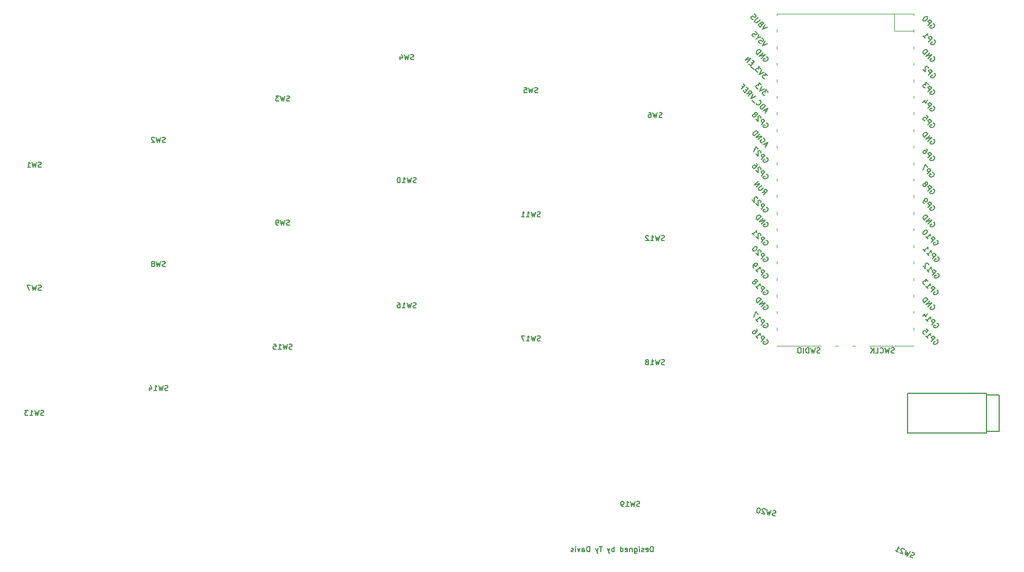
<source format=gbr>
%TF.GenerationSoftware,KiCad,Pcbnew,7.0.10*%
%TF.CreationDate,2024-02-16T13:50:28-07:00*%
%TF.ProjectId,kb42,6b623432-2e6b-4696-9361-645f70636258,rev?*%
%TF.SameCoordinates,Original*%
%TF.FileFunction,Legend,Bot*%
%TF.FilePolarity,Positive*%
%FSLAX46Y46*%
G04 Gerber Fmt 4.6, Leading zero omitted, Abs format (unit mm)*
G04 Created by KiCad (PCBNEW 7.0.10) date 2024-02-16 13:50:28*
%MOMM*%
%LPD*%
G01*
G04 APERTURE LIST*
%ADD10C,0.150000*%
%ADD11C,0.120000*%
G04 APERTURE END LIST*
D10*
X168620839Y-128164295D02*
X168620839Y-127364295D01*
X168620839Y-127364295D02*
X168430363Y-127364295D01*
X168430363Y-127364295D02*
X168316077Y-127402390D01*
X168316077Y-127402390D02*
X168239887Y-127478580D01*
X168239887Y-127478580D02*
X168201792Y-127554771D01*
X168201792Y-127554771D02*
X168163696Y-127707152D01*
X168163696Y-127707152D02*
X168163696Y-127821438D01*
X168163696Y-127821438D02*
X168201792Y-127973819D01*
X168201792Y-127973819D02*
X168239887Y-128050009D01*
X168239887Y-128050009D02*
X168316077Y-128126200D01*
X168316077Y-128126200D02*
X168430363Y-128164295D01*
X168430363Y-128164295D02*
X168620839Y-128164295D01*
X167516077Y-128126200D02*
X167592268Y-128164295D01*
X167592268Y-128164295D02*
X167744649Y-128164295D01*
X167744649Y-128164295D02*
X167820839Y-128126200D01*
X167820839Y-128126200D02*
X167858935Y-128050009D01*
X167858935Y-128050009D02*
X167858935Y-127745247D01*
X167858935Y-127745247D02*
X167820839Y-127669057D01*
X167820839Y-127669057D02*
X167744649Y-127630961D01*
X167744649Y-127630961D02*
X167592268Y-127630961D01*
X167592268Y-127630961D02*
X167516077Y-127669057D01*
X167516077Y-127669057D02*
X167477982Y-127745247D01*
X167477982Y-127745247D02*
X167477982Y-127821438D01*
X167477982Y-127821438D02*
X167858935Y-127897628D01*
X167173221Y-128126200D02*
X167097030Y-128164295D01*
X167097030Y-128164295D02*
X166944649Y-128164295D01*
X166944649Y-128164295D02*
X166868459Y-128126200D01*
X166868459Y-128126200D02*
X166830363Y-128050009D01*
X166830363Y-128050009D02*
X166830363Y-128011914D01*
X166830363Y-128011914D02*
X166868459Y-127935723D01*
X166868459Y-127935723D02*
X166944649Y-127897628D01*
X166944649Y-127897628D02*
X167058935Y-127897628D01*
X167058935Y-127897628D02*
X167135125Y-127859533D01*
X167135125Y-127859533D02*
X167173221Y-127783342D01*
X167173221Y-127783342D02*
X167173221Y-127745247D01*
X167173221Y-127745247D02*
X167135125Y-127669057D01*
X167135125Y-127669057D02*
X167058935Y-127630961D01*
X167058935Y-127630961D02*
X166944649Y-127630961D01*
X166944649Y-127630961D02*
X166868459Y-127669057D01*
X166487506Y-128164295D02*
X166487506Y-127630961D01*
X166487506Y-127364295D02*
X166525602Y-127402390D01*
X166525602Y-127402390D02*
X166487506Y-127440485D01*
X166487506Y-127440485D02*
X166449411Y-127402390D01*
X166449411Y-127402390D02*
X166487506Y-127364295D01*
X166487506Y-127364295D02*
X166487506Y-127440485D01*
X165763697Y-127630961D02*
X165763697Y-128278580D01*
X165763697Y-128278580D02*
X165801792Y-128354771D01*
X165801792Y-128354771D02*
X165839888Y-128392866D01*
X165839888Y-128392866D02*
X165916078Y-128430961D01*
X165916078Y-128430961D02*
X166030364Y-128430961D01*
X166030364Y-128430961D02*
X166106554Y-128392866D01*
X165763697Y-128126200D02*
X165839888Y-128164295D01*
X165839888Y-128164295D02*
X165992269Y-128164295D01*
X165992269Y-128164295D02*
X166068459Y-128126200D01*
X166068459Y-128126200D02*
X166106554Y-128088104D01*
X166106554Y-128088104D02*
X166144650Y-128011914D01*
X166144650Y-128011914D02*
X166144650Y-127783342D01*
X166144650Y-127783342D02*
X166106554Y-127707152D01*
X166106554Y-127707152D02*
X166068459Y-127669057D01*
X166068459Y-127669057D02*
X165992269Y-127630961D01*
X165992269Y-127630961D02*
X165839888Y-127630961D01*
X165839888Y-127630961D02*
X165763697Y-127669057D01*
X165382744Y-127630961D02*
X165382744Y-128164295D01*
X165382744Y-127707152D02*
X165344649Y-127669057D01*
X165344649Y-127669057D02*
X165268459Y-127630961D01*
X165268459Y-127630961D02*
X165154173Y-127630961D01*
X165154173Y-127630961D02*
X165077982Y-127669057D01*
X165077982Y-127669057D02*
X165039887Y-127745247D01*
X165039887Y-127745247D02*
X165039887Y-128164295D01*
X164354172Y-128126200D02*
X164430363Y-128164295D01*
X164430363Y-128164295D02*
X164582744Y-128164295D01*
X164582744Y-128164295D02*
X164658934Y-128126200D01*
X164658934Y-128126200D02*
X164697030Y-128050009D01*
X164697030Y-128050009D02*
X164697030Y-127745247D01*
X164697030Y-127745247D02*
X164658934Y-127669057D01*
X164658934Y-127669057D02*
X164582744Y-127630961D01*
X164582744Y-127630961D02*
X164430363Y-127630961D01*
X164430363Y-127630961D02*
X164354172Y-127669057D01*
X164354172Y-127669057D02*
X164316077Y-127745247D01*
X164316077Y-127745247D02*
X164316077Y-127821438D01*
X164316077Y-127821438D02*
X164697030Y-127897628D01*
X163630363Y-128164295D02*
X163630363Y-127364295D01*
X163630363Y-128126200D02*
X163706554Y-128164295D01*
X163706554Y-128164295D02*
X163858935Y-128164295D01*
X163858935Y-128164295D02*
X163935125Y-128126200D01*
X163935125Y-128126200D02*
X163973220Y-128088104D01*
X163973220Y-128088104D02*
X164011316Y-128011914D01*
X164011316Y-128011914D02*
X164011316Y-127783342D01*
X164011316Y-127783342D02*
X163973220Y-127707152D01*
X163973220Y-127707152D02*
X163935125Y-127669057D01*
X163935125Y-127669057D02*
X163858935Y-127630961D01*
X163858935Y-127630961D02*
X163706554Y-127630961D01*
X163706554Y-127630961D02*
X163630363Y-127669057D01*
X162639886Y-128164295D02*
X162639886Y-127364295D01*
X162639886Y-127669057D02*
X162563696Y-127630961D01*
X162563696Y-127630961D02*
X162411315Y-127630961D01*
X162411315Y-127630961D02*
X162335124Y-127669057D01*
X162335124Y-127669057D02*
X162297029Y-127707152D01*
X162297029Y-127707152D02*
X162258934Y-127783342D01*
X162258934Y-127783342D02*
X162258934Y-128011914D01*
X162258934Y-128011914D02*
X162297029Y-128088104D01*
X162297029Y-128088104D02*
X162335124Y-128126200D01*
X162335124Y-128126200D02*
X162411315Y-128164295D01*
X162411315Y-128164295D02*
X162563696Y-128164295D01*
X162563696Y-128164295D02*
X162639886Y-128126200D01*
X161992267Y-127630961D02*
X161801791Y-128164295D01*
X161611314Y-127630961D02*
X161801791Y-128164295D01*
X161801791Y-128164295D02*
X161877981Y-128354771D01*
X161877981Y-128354771D02*
X161916076Y-128392866D01*
X161916076Y-128392866D02*
X161992267Y-128430961D01*
X160811314Y-127364295D02*
X160354171Y-127364295D01*
X160582743Y-128164295D02*
X160582743Y-127364295D01*
X160163695Y-127630961D02*
X159973219Y-128164295D01*
X159782742Y-127630961D02*
X159973219Y-128164295D01*
X159973219Y-128164295D02*
X160049409Y-128354771D01*
X160049409Y-128354771D02*
X160087504Y-128392866D01*
X160087504Y-128392866D02*
X160163695Y-128430961D01*
X158868456Y-128164295D02*
X158868456Y-127364295D01*
X158868456Y-127364295D02*
X158677980Y-127364295D01*
X158677980Y-127364295D02*
X158563694Y-127402390D01*
X158563694Y-127402390D02*
X158487504Y-127478580D01*
X158487504Y-127478580D02*
X158449409Y-127554771D01*
X158449409Y-127554771D02*
X158411313Y-127707152D01*
X158411313Y-127707152D02*
X158411313Y-127821438D01*
X158411313Y-127821438D02*
X158449409Y-127973819D01*
X158449409Y-127973819D02*
X158487504Y-128050009D01*
X158487504Y-128050009D02*
X158563694Y-128126200D01*
X158563694Y-128126200D02*
X158677980Y-128164295D01*
X158677980Y-128164295D02*
X158868456Y-128164295D01*
X157725599Y-128164295D02*
X157725599Y-127745247D01*
X157725599Y-127745247D02*
X157763694Y-127669057D01*
X157763694Y-127669057D02*
X157839885Y-127630961D01*
X157839885Y-127630961D02*
X157992266Y-127630961D01*
X157992266Y-127630961D02*
X158068456Y-127669057D01*
X157725599Y-128126200D02*
X157801790Y-128164295D01*
X157801790Y-128164295D02*
X157992266Y-128164295D01*
X157992266Y-128164295D02*
X158068456Y-128126200D01*
X158068456Y-128126200D02*
X158106552Y-128050009D01*
X158106552Y-128050009D02*
X158106552Y-127973819D01*
X158106552Y-127973819D02*
X158068456Y-127897628D01*
X158068456Y-127897628D02*
X157992266Y-127859533D01*
X157992266Y-127859533D02*
X157801790Y-127859533D01*
X157801790Y-127859533D02*
X157725599Y-127821438D01*
X157420837Y-127630961D02*
X157230361Y-128164295D01*
X157230361Y-128164295D02*
X157039884Y-127630961D01*
X156735122Y-128164295D02*
X156735122Y-127630961D01*
X156735122Y-127364295D02*
X156773218Y-127402390D01*
X156773218Y-127402390D02*
X156735122Y-127440485D01*
X156735122Y-127440485D02*
X156697027Y-127402390D01*
X156697027Y-127402390D02*
X156735122Y-127364295D01*
X156735122Y-127364295D02*
X156735122Y-127440485D01*
X156392266Y-128126200D02*
X156316075Y-128164295D01*
X156316075Y-128164295D02*
X156163694Y-128164295D01*
X156163694Y-128164295D02*
X156087504Y-128126200D01*
X156087504Y-128126200D02*
X156049408Y-128050009D01*
X156049408Y-128050009D02*
X156049408Y-128011914D01*
X156049408Y-128011914D02*
X156087504Y-127935723D01*
X156087504Y-127935723D02*
X156163694Y-127897628D01*
X156163694Y-127897628D02*
X156277980Y-127897628D01*
X156277980Y-127897628D02*
X156354170Y-127859533D01*
X156354170Y-127859533D02*
X156392266Y-127783342D01*
X156392266Y-127783342D02*
X156392266Y-127745247D01*
X156392266Y-127745247D02*
X156354170Y-127669057D01*
X156354170Y-127669057D02*
X156277980Y-127630961D01*
X156277980Y-127630961D02*
X156163694Y-127630961D01*
X156163694Y-127630961D02*
X156087504Y-127669057D01*
X170357619Y-99424200D02*
X170243333Y-99462295D01*
X170243333Y-99462295D02*
X170052857Y-99462295D01*
X170052857Y-99462295D02*
X169976666Y-99424200D01*
X169976666Y-99424200D02*
X169938571Y-99386104D01*
X169938571Y-99386104D02*
X169900476Y-99309914D01*
X169900476Y-99309914D02*
X169900476Y-99233723D01*
X169900476Y-99233723D02*
X169938571Y-99157533D01*
X169938571Y-99157533D02*
X169976666Y-99119438D01*
X169976666Y-99119438D02*
X170052857Y-99081342D01*
X170052857Y-99081342D02*
X170205238Y-99043247D01*
X170205238Y-99043247D02*
X170281428Y-99005152D01*
X170281428Y-99005152D02*
X170319523Y-98967057D01*
X170319523Y-98967057D02*
X170357619Y-98890866D01*
X170357619Y-98890866D02*
X170357619Y-98814676D01*
X170357619Y-98814676D02*
X170319523Y-98738485D01*
X170319523Y-98738485D02*
X170281428Y-98700390D01*
X170281428Y-98700390D02*
X170205238Y-98662295D01*
X170205238Y-98662295D02*
X170014761Y-98662295D01*
X170014761Y-98662295D02*
X169900476Y-98700390D01*
X169633809Y-98662295D02*
X169443333Y-99462295D01*
X169443333Y-99462295D02*
X169290952Y-98890866D01*
X169290952Y-98890866D02*
X169138571Y-99462295D01*
X169138571Y-99462295D02*
X168948095Y-98662295D01*
X168224285Y-99462295D02*
X168681428Y-99462295D01*
X168452856Y-99462295D02*
X168452856Y-98662295D01*
X168452856Y-98662295D02*
X168529047Y-98776580D01*
X168529047Y-98776580D02*
X168605237Y-98852771D01*
X168605237Y-98852771D02*
X168681428Y-98890866D01*
X167767142Y-99005152D02*
X167843332Y-98967057D01*
X167843332Y-98967057D02*
X167881427Y-98928961D01*
X167881427Y-98928961D02*
X167919523Y-98852771D01*
X167919523Y-98852771D02*
X167919523Y-98814676D01*
X167919523Y-98814676D02*
X167881427Y-98738485D01*
X167881427Y-98738485D02*
X167843332Y-98700390D01*
X167843332Y-98700390D02*
X167767142Y-98662295D01*
X167767142Y-98662295D02*
X167614761Y-98662295D01*
X167614761Y-98662295D02*
X167538570Y-98700390D01*
X167538570Y-98700390D02*
X167500475Y-98738485D01*
X167500475Y-98738485D02*
X167462380Y-98814676D01*
X167462380Y-98814676D02*
X167462380Y-98852771D01*
X167462380Y-98852771D02*
X167500475Y-98928961D01*
X167500475Y-98928961D02*
X167538570Y-98967057D01*
X167538570Y-98967057D02*
X167614761Y-99005152D01*
X167614761Y-99005152D02*
X167767142Y-99005152D01*
X167767142Y-99005152D02*
X167843332Y-99043247D01*
X167843332Y-99043247D02*
X167881427Y-99081342D01*
X167881427Y-99081342D02*
X167919523Y-99157533D01*
X167919523Y-99157533D02*
X167919523Y-99309914D01*
X167919523Y-99309914D02*
X167881427Y-99386104D01*
X167881427Y-99386104D02*
X167843332Y-99424200D01*
X167843332Y-99424200D02*
X167767142Y-99462295D01*
X167767142Y-99462295D02*
X167614761Y-99462295D01*
X167614761Y-99462295D02*
X167538570Y-99424200D01*
X167538570Y-99424200D02*
X167500475Y-99386104D01*
X167500475Y-99386104D02*
X167462380Y-99309914D01*
X167462380Y-99309914D02*
X167462380Y-99157533D01*
X167462380Y-99157533D02*
X167500475Y-99081342D01*
X167500475Y-99081342D02*
X167538570Y-99043247D01*
X167538570Y-99043247D02*
X167614761Y-99005152D01*
X151307619Y-76714200D02*
X151193333Y-76752295D01*
X151193333Y-76752295D02*
X151002857Y-76752295D01*
X151002857Y-76752295D02*
X150926666Y-76714200D01*
X150926666Y-76714200D02*
X150888571Y-76676104D01*
X150888571Y-76676104D02*
X150850476Y-76599914D01*
X150850476Y-76599914D02*
X150850476Y-76523723D01*
X150850476Y-76523723D02*
X150888571Y-76447533D01*
X150888571Y-76447533D02*
X150926666Y-76409438D01*
X150926666Y-76409438D02*
X151002857Y-76371342D01*
X151002857Y-76371342D02*
X151155238Y-76333247D01*
X151155238Y-76333247D02*
X151231428Y-76295152D01*
X151231428Y-76295152D02*
X151269523Y-76257057D01*
X151269523Y-76257057D02*
X151307619Y-76180866D01*
X151307619Y-76180866D02*
X151307619Y-76104676D01*
X151307619Y-76104676D02*
X151269523Y-76028485D01*
X151269523Y-76028485D02*
X151231428Y-75990390D01*
X151231428Y-75990390D02*
X151155238Y-75952295D01*
X151155238Y-75952295D02*
X150964761Y-75952295D01*
X150964761Y-75952295D02*
X150850476Y-75990390D01*
X150583809Y-75952295D02*
X150393333Y-76752295D01*
X150393333Y-76752295D02*
X150240952Y-76180866D01*
X150240952Y-76180866D02*
X150088571Y-76752295D01*
X150088571Y-76752295D02*
X149898095Y-75952295D01*
X149174285Y-76752295D02*
X149631428Y-76752295D01*
X149402856Y-76752295D02*
X149402856Y-75952295D01*
X149402856Y-75952295D02*
X149479047Y-76066580D01*
X149479047Y-76066580D02*
X149555237Y-76142771D01*
X149555237Y-76142771D02*
X149631428Y-76180866D01*
X148412380Y-76752295D02*
X148869523Y-76752295D01*
X148640951Y-76752295D02*
X148640951Y-75952295D01*
X148640951Y-75952295D02*
X148717142Y-76066580D01*
X148717142Y-76066580D02*
X148793332Y-76142771D01*
X148793332Y-76142771D02*
X148869523Y-76180866D01*
X93776667Y-65284200D02*
X93662381Y-65322295D01*
X93662381Y-65322295D02*
X93471905Y-65322295D01*
X93471905Y-65322295D02*
X93395714Y-65284200D01*
X93395714Y-65284200D02*
X93357619Y-65246104D01*
X93357619Y-65246104D02*
X93319524Y-65169914D01*
X93319524Y-65169914D02*
X93319524Y-65093723D01*
X93319524Y-65093723D02*
X93357619Y-65017533D01*
X93357619Y-65017533D02*
X93395714Y-64979438D01*
X93395714Y-64979438D02*
X93471905Y-64941342D01*
X93471905Y-64941342D02*
X93624286Y-64903247D01*
X93624286Y-64903247D02*
X93700476Y-64865152D01*
X93700476Y-64865152D02*
X93738571Y-64827057D01*
X93738571Y-64827057D02*
X93776667Y-64750866D01*
X93776667Y-64750866D02*
X93776667Y-64674676D01*
X93776667Y-64674676D02*
X93738571Y-64598485D01*
X93738571Y-64598485D02*
X93700476Y-64560390D01*
X93700476Y-64560390D02*
X93624286Y-64522295D01*
X93624286Y-64522295D02*
X93433809Y-64522295D01*
X93433809Y-64522295D02*
X93319524Y-64560390D01*
X93052857Y-64522295D02*
X92862381Y-65322295D01*
X92862381Y-65322295D02*
X92710000Y-64750866D01*
X92710000Y-64750866D02*
X92557619Y-65322295D01*
X92557619Y-65322295D02*
X92367143Y-64522295D01*
X92100476Y-64598485D02*
X92062380Y-64560390D01*
X92062380Y-64560390D02*
X91986190Y-64522295D01*
X91986190Y-64522295D02*
X91795714Y-64522295D01*
X91795714Y-64522295D02*
X91719523Y-64560390D01*
X91719523Y-64560390D02*
X91681428Y-64598485D01*
X91681428Y-64598485D02*
X91643333Y-64674676D01*
X91643333Y-64674676D02*
X91643333Y-64750866D01*
X91643333Y-64750866D02*
X91681428Y-64865152D01*
X91681428Y-64865152D02*
X92138571Y-65322295D01*
X92138571Y-65322295D02*
X91643333Y-65322295D01*
X75107619Y-107194200D02*
X74993333Y-107232295D01*
X74993333Y-107232295D02*
X74802857Y-107232295D01*
X74802857Y-107232295D02*
X74726666Y-107194200D01*
X74726666Y-107194200D02*
X74688571Y-107156104D01*
X74688571Y-107156104D02*
X74650476Y-107079914D01*
X74650476Y-107079914D02*
X74650476Y-107003723D01*
X74650476Y-107003723D02*
X74688571Y-106927533D01*
X74688571Y-106927533D02*
X74726666Y-106889438D01*
X74726666Y-106889438D02*
X74802857Y-106851342D01*
X74802857Y-106851342D02*
X74955238Y-106813247D01*
X74955238Y-106813247D02*
X75031428Y-106775152D01*
X75031428Y-106775152D02*
X75069523Y-106737057D01*
X75069523Y-106737057D02*
X75107619Y-106660866D01*
X75107619Y-106660866D02*
X75107619Y-106584676D01*
X75107619Y-106584676D02*
X75069523Y-106508485D01*
X75069523Y-106508485D02*
X75031428Y-106470390D01*
X75031428Y-106470390D02*
X74955238Y-106432295D01*
X74955238Y-106432295D02*
X74764761Y-106432295D01*
X74764761Y-106432295D02*
X74650476Y-106470390D01*
X74383809Y-106432295D02*
X74193333Y-107232295D01*
X74193333Y-107232295D02*
X74040952Y-106660866D01*
X74040952Y-106660866D02*
X73888571Y-107232295D01*
X73888571Y-107232295D02*
X73698095Y-106432295D01*
X72974285Y-107232295D02*
X73431428Y-107232295D01*
X73202856Y-107232295D02*
X73202856Y-106432295D01*
X73202856Y-106432295D02*
X73279047Y-106546580D01*
X73279047Y-106546580D02*
X73355237Y-106622771D01*
X73355237Y-106622771D02*
X73431428Y-106660866D01*
X72707618Y-106432295D02*
X72212380Y-106432295D01*
X72212380Y-106432295D02*
X72479046Y-106737057D01*
X72479046Y-106737057D02*
X72364761Y-106737057D01*
X72364761Y-106737057D02*
X72288570Y-106775152D01*
X72288570Y-106775152D02*
X72250475Y-106813247D01*
X72250475Y-106813247D02*
X72212380Y-106889438D01*
X72212380Y-106889438D02*
X72212380Y-107079914D01*
X72212380Y-107079914D02*
X72250475Y-107156104D01*
X72250475Y-107156104D02*
X72288570Y-107194200D01*
X72288570Y-107194200D02*
X72364761Y-107232295D01*
X72364761Y-107232295D02*
X72593332Y-107232295D01*
X72593332Y-107232295D02*
X72669523Y-107194200D01*
X72669523Y-107194200D02*
X72707618Y-107156104D01*
X131876667Y-52584200D02*
X131762381Y-52622295D01*
X131762381Y-52622295D02*
X131571905Y-52622295D01*
X131571905Y-52622295D02*
X131495714Y-52584200D01*
X131495714Y-52584200D02*
X131457619Y-52546104D01*
X131457619Y-52546104D02*
X131419524Y-52469914D01*
X131419524Y-52469914D02*
X131419524Y-52393723D01*
X131419524Y-52393723D02*
X131457619Y-52317533D01*
X131457619Y-52317533D02*
X131495714Y-52279438D01*
X131495714Y-52279438D02*
X131571905Y-52241342D01*
X131571905Y-52241342D02*
X131724286Y-52203247D01*
X131724286Y-52203247D02*
X131800476Y-52165152D01*
X131800476Y-52165152D02*
X131838571Y-52127057D01*
X131838571Y-52127057D02*
X131876667Y-52050866D01*
X131876667Y-52050866D02*
X131876667Y-51974676D01*
X131876667Y-51974676D02*
X131838571Y-51898485D01*
X131838571Y-51898485D02*
X131800476Y-51860390D01*
X131800476Y-51860390D02*
X131724286Y-51822295D01*
X131724286Y-51822295D02*
X131533809Y-51822295D01*
X131533809Y-51822295D02*
X131419524Y-51860390D01*
X131152857Y-51822295D02*
X130962381Y-52622295D01*
X130962381Y-52622295D02*
X130810000Y-52050866D01*
X130810000Y-52050866D02*
X130657619Y-52622295D01*
X130657619Y-52622295D02*
X130467143Y-51822295D01*
X129819523Y-52088961D02*
X129819523Y-52622295D01*
X130009999Y-51784200D02*
X130200476Y-52355628D01*
X130200476Y-52355628D02*
X129705237Y-52355628D01*
X208449800Y-129103379D02*
X208329714Y-129093791D01*
X208329714Y-129093791D02*
X208154380Y-129019366D01*
X208154380Y-129019366D02*
X208099131Y-128954529D01*
X208099131Y-128954529D02*
X208078949Y-128904577D01*
X208078949Y-128904577D02*
X208073653Y-128819558D01*
X208073653Y-128819558D02*
X208103423Y-128749425D01*
X208103423Y-128749425D02*
X208168259Y-128694176D01*
X208168259Y-128694176D02*
X208218211Y-128673994D01*
X208218211Y-128673994D02*
X208303230Y-128668697D01*
X208303230Y-128668697D02*
X208458382Y-128693171D01*
X208458382Y-128693171D02*
X208543401Y-128687874D01*
X208543401Y-128687874D02*
X208593353Y-128667692D01*
X208593353Y-128667692D02*
X208658190Y-128612443D01*
X208658190Y-128612443D02*
X208687960Y-128542309D01*
X208687960Y-128542309D02*
X208682663Y-128457291D01*
X208682663Y-128457291D02*
X208662481Y-128407339D01*
X208662481Y-128407339D02*
X208607232Y-128342502D01*
X208607232Y-128342502D02*
X208431898Y-128268077D01*
X208431898Y-128268077D02*
X208311813Y-128258489D01*
X208081229Y-128119227D02*
X207593310Y-128781206D01*
X207593310Y-128781206D02*
X207676318Y-128195663D01*
X207676318Y-128195663D02*
X207312775Y-128662126D01*
X207312775Y-128662126D02*
X207450026Y-127851297D01*
X207174788Y-127817236D02*
X207154606Y-127767284D01*
X207154606Y-127767284D02*
X207099357Y-127702447D01*
X207099357Y-127702447D02*
X206924023Y-127628022D01*
X206924023Y-127628022D02*
X206839004Y-127633319D01*
X206839004Y-127633319D02*
X206789052Y-127653501D01*
X206789052Y-127653501D02*
X206724216Y-127708749D01*
X206724216Y-127708749D02*
X206694446Y-127778883D01*
X206694446Y-127778883D02*
X206684857Y-127898969D01*
X206684857Y-127898969D02*
X206927040Y-128498391D01*
X206927040Y-128498391D02*
X206471171Y-128304886D01*
X205769833Y-128007186D02*
X206190636Y-128185806D01*
X205980235Y-128096496D02*
X206292819Y-127360092D01*
X206292819Y-127360092D02*
X206318298Y-127495063D01*
X206318298Y-127495063D02*
X206358662Y-127594966D01*
X206358662Y-127594966D02*
X206413911Y-127659803D01*
X112836667Y-58934200D02*
X112722381Y-58972295D01*
X112722381Y-58972295D02*
X112531905Y-58972295D01*
X112531905Y-58972295D02*
X112455714Y-58934200D01*
X112455714Y-58934200D02*
X112417619Y-58896104D01*
X112417619Y-58896104D02*
X112379524Y-58819914D01*
X112379524Y-58819914D02*
X112379524Y-58743723D01*
X112379524Y-58743723D02*
X112417619Y-58667533D01*
X112417619Y-58667533D02*
X112455714Y-58629438D01*
X112455714Y-58629438D02*
X112531905Y-58591342D01*
X112531905Y-58591342D02*
X112684286Y-58553247D01*
X112684286Y-58553247D02*
X112760476Y-58515152D01*
X112760476Y-58515152D02*
X112798571Y-58477057D01*
X112798571Y-58477057D02*
X112836667Y-58400866D01*
X112836667Y-58400866D02*
X112836667Y-58324676D01*
X112836667Y-58324676D02*
X112798571Y-58248485D01*
X112798571Y-58248485D02*
X112760476Y-58210390D01*
X112760476Y-58210390D02*
X112684286Y-58172295D01*
X112684286Y-58172295D02*
X112493809Y-58172295D01*
X112493809Y-58172295D02*
X112379524Y-58210390D01*
X112112857Y-58172295D02*
X111922381Y-58972295D01*
X111922381Y-58972295D02*
X111770000Y-58400866D01*
X111770000Y-58400866D02*
X111617619Y-58972295D01*
X111617619Y-58972295D02*
X111427143Y-58172295D01*
X111198571Y-58172295D02*
X110703333Y-58172295D01*
X110703333Y-58172295D02*
X110969999Y-58477057D01*
X110969999Y-58477057D02*
X110855714Y-58477057D01*
X110855714Y-58477057D02*
X110779523Y-58515152D01*
X110779523Y-58515152D02*
X110741428Y-58553247D01*
X110741428Y-58553247D02*
X110703333Y-58629438D01*
X110703333Y-58629438D02*
X110703333Y-58819914D01*
X110703333Y-58819914D02*
X110741428Y-58896104D01*
X110741428Y-58896104D02*
X110779523Y-58934200D01*
X110779523Y-58934200D02*
X110855714Y-58972295D01*
X110855714Y-58972295D02*
X111084285Y-58972295D01*
X111084285Y-58972295D02*
X111160476Y-58934200D01*
X111160476Y-58934200D02*
X111198571Y-58896104D01*
X151307619Y-95764200D02*
X151193333Y-95802295D01*
X151193333Y-95802295D02*
X151002857Y-95802295D01*
X151002857Y-95802295D02*
X150926666Y-95764200D01*
X150926666Y-95764200D02*
X150888571Y-95726104D01*
X150888571Y-95726104D02*
X150850476Y-95649914D01*
X150850476Y-95649914D02*
X150850476Y-95573723D01*
X150850476Y-95573723D02*
X150888571Y-95497533D01*
X150888571Y-95497533D02*
X150926666Y-95459438D01*
X150926666Y-95459438D02*
X151002857Y-95421342D01*
X151002857Y-95421342D02*
X151155238Y-95383247D01*
X151155238Y-95383247D02*
X151231428Y-95345152D01*
X151231428Y-95345152D02*
X151269523Y-95307057D01*
X151269523Y-95307057D02*
X151307619Y-95230866D01*
X151307619Y-95230866D02*
X151307619Y-95154676D01*
X151307619Y-95154676D02*
X151269523Y-95078485D01*
X151269523Y-95078485D02*
X151231428Y-95040390D01*
X151231428Y-95040390D02*
X151155238Y-95002295D01*
X151155238Y-95002295D02*
X150964761Y-95002295D01*
X150964761Y-95002295D02*
X150850476Y-95040390D01*
X150583809Y-95002295D02*
X150393333Y-95802295D01*
X150393333Y-95802295D02*
X150240952Y-95230866D01*
X150240952Y-95230866D02*
X150088571Y-95802295D01*
X150088571Y-95802295D02*
X149898095Y-95002295D01*
X149174285Y-95802295D02*
X149631428Y-95802295D01*
X149402856Y-95802295D02*
X149402856Y-95002295D01*
X149402856Y-95002295D02*
X149479047Y-95116580D01*
X149479047Y-95116580D02*
X149555237Y-95192771D01*
X149555237Y-95192771D02*
X149631428Y-95230866D01*
X148907618Y-95002295D02*
X148374284Y-95002295D01*
X148374284Y-95002295D02*
X148717142Y-95802295D01*
X132257619Y-71484200D02*
X132143333Y-71522295D01*
X132143333Y-71522295D02*
X131952857Y-71522295D01*
X131952857Y-71522295D02*
X131876666Y-71484200D01*
X131876666Y-71484200D02*
X131838571Y-71446104D01*
X131838571Y-71446104D02*
X131800476Y-71369914D01*
X131800476Y-71369914D02*
X131800476Y-71293723D01*
X131800476Y-71293723D02*
X131838571Y-71217533D01*
X131838571Y-71217533D02*
X131876666Y-71179438D01*
X131876666Y-71179438D02*
X131952857Y-71141342D01*
X131952857Y-71141342D02*
X132105238Y-71103247D01*
X132105238Y-71103247D02*
X132181428Y-71065152D01*
X132181428Y-71065152D02*
X132219523Y-71027057D01*
X132219523Y-71027057D02*
X132257619Y-70950866D01*
X132257619Y-70950866D02*
X132257619Y-70874676D01*
X132257619Y-70874676D02*
X132219523Y-70798485D01*
X132219523Y-70798485D02*
X132181428Y-70760390D01*
X132181428Y-70760390D02*
X132105238Y-70722295D01*
X132105238Y-70722295D02*
X131914761Y-70722295D01*
X131914761Y-70722295D02*
X131800476Y-70760390D01*
X131533809Y-70722295D02*
X131343333Y-71522295D01*
X131343333Y-71522295D02*
X131190952Y-70950866D01*
X131190952Y-70950866D02*
X131038571Y-71522295D01*
X131038571Y-71522295D02*
X130848095Y-70722295D01*
X130124285Y-71522295D02*
X130581428Y-71522295D01*
X130352856Y-71522295D02*
X130352856Y-70722295D01*
X130352856Y-70722295D02*
X130429047Y-70836580D01*
X130429047Y-70836580D02*
X130505237Y-70912771D01*
X130505237Y-70912771D02*
X130581428Y-70950866D01*
X129629046Y-70722295D02*
X129552856Y-70722295D01*
X129552856Y-70722295D02*
X129476665Y-70760390D01*
X129476665Y-70760390D02*
X129438570Y-70798485D01*
X129438570Y-70798485D02*
X129400475Y-70874676D01*
X129400475Y-70874676D02*
X129362380Y-71027057D01*
X129362380Y-71027057D02*
X129362380Y-71217533D01*
X129362380Y-71217533D02*
X129400475Y-71369914D01*
X129400475Y-71369914D02*
X129438570Y-71446104D01*
X129438570Y-71446104D02*
X129476665Y-71484200D01*
X129476665Y-71484200D02*
X129552856Y-71522295D01*
X129552856Y-71522295D02*
X129629046Y-71522295D01*
X129629046Y-71522295D02*
X129705237Y-71484200D01*
X129705237Y-71484200D02*
X129743332Y-71446104D01*
X129743332Y-71446104D02*
X129781427Y-71369914D01*
X129781427Y-71369914D02*
X129819523Y-71217533D01*
X129819523Y-71217533D02*
X129819523Y-71027057D01*
X129819523Y-71027057D02*
X129781427Y-70874676D01*
X129781427Y-70874676D02*
X129743332Y-70798485D01*
X129743332Y-70798485D02*
X129705237Y-70760390D01*
X129705237Y-70760390D02*
X129629046Y-70722295D01*
X93776667Y-84334200D02*
X93662381Y-84372295D01*
X93662381Y-84372295D02*
X93471905Y-84372295D01*
X93471905Y-84372295D02*
X93395714Y-84334200D01*
X93395714Y-84334200D02*
X93357619Y-84296104D01*
X93357619Y-84296104D02*
X93319524Y-84219914D01*
X93319524Y-84219914D02*
X93319524Y-84143723D01*
X93319524Y-84143723D02*
X93357619Y-84067533D01*
X93357619Y-84067533D02*
X93395714Y-84029438D01*
X93395714Y-84029438D02*
X93471905Y-83991342D01*
X93471905Y-83991342D02*
X93624286Y-83953247D01*
X93624286Y-83953247D02*
X93700476Y-83915152D01*
X93700476Y-83915152D02*
X93738571Y-83877057D01*
X93738571Y-83877057D02*
X93776667Y-83800866D01*
X93776667Y-83800866D02*
X93776667Y-83724676D01*
X93776667Y-83724676D02*
X93738571Y-83648485D01*
X93738571Y-83648485D02*
X93700476Y-83610390D01*
X93700476Y-83610390D02*
X93624286Y-83572295D01*
X93624286Y-83572295D02*
X93433809Y-83572295D01*
X93433809Y-83572295D02*
X93319524Y-83610390D01*
X93052857Y-83572295D02*
X92862381Y-84372295D01*
X92862381Y-84372295D02*
X92710000Y-83800866D01*
X92710000Y-83800866D02*
X92557619Y-84372295D01*
X92557619Y-84372295D02*
X92367143Y-83572295D01*
X91948095Y-83915152D02*
X92024285Y-83877057D01*
X92024285Y-83877057D02*
X92062380Y-83838961D01*
X92062380Y-83838961D02*
X92100476Y-83762771D01*
X92100476Y-83762771D02*
X92100476Y-83724676D01*
X92100476Y-83724676D02*
X92062380Y-83648485D01*
X92062380Y-83648485D02*
X92024285Y-83610390D01*
X92024285Y-83610390D02*
X91948095Y-83572295D01*
X91948095Y-83572295D02*
X91795714Y-83572295D01*
X91795714Y-83572295D02*
X91719523Y-83610390D01*
X91719523Y-83610390D02*
X91681428Y-83648485D01*
X91681428Y-83648485D02*
X91643333Y-83724676D01*
X91643333Y-83724676D02*
X91643333Y-83762771D01*
X91643333Y-83762771D02*
X91681428Y-83838961D01*
X91681428Y-83838961D02*
X91719523Y-83877057D01*
X91719523Y-83877057D02*
X91795714Y-83915152D01*
X91795714Y-83915152D02*
X91948095Y-83915152D01*
X91948095Y-83915152D02*
X92024285Y-83953247D01*
X92024285Y-83953247D02*
X92062380Y-83991342D01*
X92062380Y-83991342D02*
X92100476Y-84067533D01*
X92100476Y-84067533D02*
X92100476Y-84219914D01*
X92100476Y-84219914D02*
X92062380Y-84296104D01*
X92062380Y-84296104D02*
X92024285Y-84334200D01*
X92024285Y-84334200D02*
X91948095Y-84372295D01*
X91948095Y-84372295D02*
X91795714Y-84372295D01*
X91795714Y-84372295D02*
X91719523Y-84334200D01*
X91719523Y-84334200D02*
X91681428Y-84296104D01*
X91681428Y-84296104D02*
X91643333Y-84219914D01*
X91643333Y-84219914D02*
X91643333Y-84067533D01*
X91643333Y-84067533D02*
X91681428Y-83991342D01*
X91681428Y-83991342D02*
X91719523Y-83953247D01*
X91719523Y-83953247D02*
X91795714Y-83915152D01*
X74726667Y-69094200D02*
X74612381Y-69132295D01*
X74612381Y-69132295D02*
X74421905Y-69132295D01*
X74421905Y-69132295D02*
X74345714Y-69094200D01*
X74345714Y-69094200D02*
X74307619Y-69056104D01*
X74307619Y-69056104D02*
X74269524Y-68979914D01*
X74269524Y-68979914D02*
X74269524Y-68903723D01*
X74269524Y-68903723D02*
X74307619Y-68827533D01*
X74307619Y-68827533D02*
X74345714Y-68789438D01*
X74345714Y-68789438D02*
X74421905Y-68751342D01*
X74421905Y-68751342D02*
X74574286Y-68713247D01*
X74574286Y-68713247D02*
X74650476Y-68675152D01*
X74650476Y-68675152D02*
X74688571Y-68637057D01*
X74688571Y-68637057D02*
X74726667Y-68560866D01*
X74726667Y-68560866D02*
X74726667Y-68484676D01*
X74726667Y-68484676D02*
X74688571Y-68408485D01*
X74688571Y-68408485D02*
X74650476Y-68370390D01*
X74650476Y-68370390D02*
X74574286Y-68332295D01*
X74574286Y-68332295D02*
X74383809Y-68332295D01*
X74383809Y-68332295D02*
X74269524Y-68370390D01*
X74002857Y-68332295D02*
X73812381Y-69132295D01*
X73812381Y-69132295D02*
X73660000Y-68560866D01*
X73660000Y-68560866D02*
X73507619Y-69132295D01*
X73507619Y-69132295D02*
X73317143Y-68332295D01*
X72593333Y-69132295D02*
X73050476Y-69132295D01*
X72821904Y-69132295D02*
X72821904Y-68332295D01*
X72821904Y-68332295D02*
X72898095Y-68446580D01*
X72898095Y-68446580D02*
X72974285Y-68522771D01*
X72974285Y-68522771D02*
X73050476Y-68560866D01*
X74726667Y-87994200D02*
X74612381Y-88032295D01*
X74612381Y-88032295D02*
X74421905Y-88032295D01*
X74421905Y-88032295D02*
X74345714Y-87994200D01*
X74345714Y-87994200D02*
X74307619Y-87956104D01*
X74307619Y-87956104D02*
X74269524Y-87879914D01*
X74269524Y-87879914D02*
X74269524Y-87803723D01*
X74269524Y-87803723D02*
X74307619Y-87727533D01*
X74307619Y-87727533D02*
X74345714Y-87689438D01*
X74345714Y-87689438D02*
X74421905Y-87651342D01*
X74421905Y-87651342D02*
X74574286Y-87613247D01*
X74574286Y-87613247D02*
X74650476Y-87575152D01*
X74650476Y-87575152D02*
X74688571Y-87537057D01*
X74688571Y-87537057D02*
X74726667Y-87460866D01*
X74726667Y-87460866D02*
X74726667Y-87384676D01*
X74726667Y-87384676D02*
X74688571Y-87308485D01*
X74688571Y-87308485D02*
X74650476Y-87270390D01*
X74650476Y-87270390D02*
X74574286Y-87232295D01*
X74574286Y-87232295D02*
X74383809Y-87232295D01*
X74383809Y-87232295D02*
X74269524Y-87270390D01*
X74002857Y-87232295D02*
X73812381Y-88032295D01*
X73812381Y-88032295D02*
X73660000Y-87460866D01*
X73660000Y-87460866D02*
X73507619Y-88032295D01*
X73507619Y-88032295D02*
X73317143Y-87232295D01*
X73088571Y-87232295D02*
X72555237Y-87232295D01*
X72555237Y-87232295D02*
X72898095Y-88032295D01*
X150926667Y-57664200D02*
X150812381Y-57702295D01*
X150812381Y-57702295D02*
X150621905Y-57702295D01*
X150621905Y-57702295D02*
X150545714Y-57664200D01*
X150545714Y-57664200D02*
X150507619Y-57626104D01*
X150507619Y-57626104D02*
X150469524Y-57549914D01*
X150469524Y-57549914D02*
X150469524Y-57473723D01*
X150469524Y-57473723D02*
X150507619Y-57397533D01*
X150507619Y-57397533D02*
X150545714Y-57359438D01*
X150545714Y-57359438D02*
X150621905Y-57321342D01*
X150621905Y-57321342D02*
X150774286Y-57283247D01*
X150774286Y-57283247D02*
X150850476Y-57245152D01*
X150850476Y-57245152D02*
X150888571Y-57207057D01*
X150888571Y-57207057D02*
X150926667Y-57130866D01*
X150926667Y-57130866D02*
X150926667Y-57054676D01*
X150926667Y-57054676D02*
X150888571Y-56978485D01*
X150888571Y-56978485D02*
X150850476Y-56940390D01*
X150850476Y-56940390D02*
X150774286Y-56902295D01*
X150774286Y-56902295D02*
X150583809Y-56902295D01*
X150583809Y-56902295D02*
X150469524Y-56940390D01*
X150202857Y-56902295D02*
X150012381Y-57702295D01*
X150012381Y-57702295D02*
X149860000Y-57130866D01*
X149860000Y-57130866D02*
X149707619Y-57702295D01*
X149707619Y-57702295D02*
X149517143Y-56902295D01*
X148831428Y-56902295D02*
X149212380Y-56902295D01*
X149212380Y-56902295D02*
X149250476Y-57283247D01*
X149250476Y-57283247D02*
X149212380Y-57245152D01*
X149212380Y-57245152D02*
X149136190Y-57207057D01*
X149136190Y-57207057D02*
X148945714Y-57207057D01*
X148945714Y-57207057D02*
X148869523Y-57245152D01*
X148869523Y-57245152D02*
X148831428Y-57283247D01*
X148831428Y-57283247D02*
X148793333Y-57359438D01*
X148793333Y-57359438D02*
X148793333Y-57549914D01*
X148793333Y-57549914D02*
X148831428Y-57626104D01*
X148831428Y-57626104D02*
X148869523Y-57664200D01*
X148869523Y-57664200D02*
X148945714Y-57702295D01*
X148945714Y-57702295D02*
X149136190Y-57702295D01*
X149136190Y-57702295D02*
X149212380Y-57664200D01*
X149212380Y-57664200D02*
X149250476Y-57626104D01*
X112826667Y-77984200D02*
X112712381Y-78022295D01*
X112712381Y-78022295D02*
X112521905Y-78022295D01*
X112521905Y-78022295D02*
X112445714Y-77984200D01*
X112445714Y-77984200D02*
X112407619Y-77946104D01*
X112407619Y-77946104D02*
X112369524Y-77869914D01*
X112369524Y-77869914D02*
X112369524Y-77793723D01*
X112369524Y-77793723D02*
X112407619Y-77717533D01*
X112407619Y-77717533D02*
X112445714Y-77679438D01*
X112445714Y-77679438D02*
X112521905Y-77641342D01*
X112521905Y-77641342D02*
X112674286Y-77603247D01*
X112674286Y-77603247D02*
X112750476Y-77565152D01*
X112750476Y-77565152D02*
X112788571Y-77527057D01*
X112788571Y-77527057D02*
X112826667Y-77450866D01*
X112826667Y-77450866D02*
X112826667Y-77374676D01*
X112826667Y-77374676D02*
X112788571Y-77298485D01*
X112788571Y-77298485D02*
X112750476Y-77260390D01*
X112750476Y-77260390D02*
X112674286Y-77222295D01*
X112674286Y-77222295D02*
X112483809Y-77222295D01*
X112483809Y-77222295D02*
X112369524Y-77260390D01*
X112102857Y-77222295D02*
X111912381Y-78022295D01*
X111912381Y-78022295D02*
X111760000Y-77450866D01*
X111760000Y-77450866D02*
X111607619Y-78022295D01*
X111607619Y-78022295D02*
X111417143Y-77222295D01*
X111074285Y-78022295D02*
X110921904Y-78022295D01*
X110921904Y-78022295D02*
X110845714Y-77984200D01*
X110845714Y-77984200D02*
X110807618Y-77946104D01*
X110807618Y-77946104D02*
X110731428Y-77831819D01*
X110731428Y-77831819D02*
X110693333Y-77679438D01*
X110693333Y-77679438D02*
X110693333Y-77374676D01*
X110693333Y-77374676D02*
X110731428Y-77298485D01*
X110731428Y-77298485D02*
X110769523Y-77260390D01*
X110769523Y-77260390D02*
X110845714Y-77222295D01*
X110845714Y-77222295D02*
X110998095Y-77222295D01*
X110998095Y-77222295D02*
X111074285Y-77260390D01*
X111074285Y-77260390D02*
X111112380Y-77298485D01*
X111112380Y-77298485D02*
X111150476Y-77374676D01*
X111150476Y-77374676D02*
X111150476Y-77565152D01*
X111150476Y-77565152D02*
X111112380Y-77641342D01*
X111112380Y-77641342D02*
X111074285Y-77679438D01*
X111074285Y-77679438D02*
X110998095Y-77717533D01*
X110998095Y-77717533D02*
X110845714Y-77717533D01*
X110845714Y-77717533D02*
X110769523Y-77679438D01*
X110769523Y-77679438D02*
X110731428Y-77641342D01*
X110731428Y-77641342D02*
X110693333Y-77565152D01*
X113217619Y-97034200D02*
X113103333Y-97072295D01*
X113103333Y-97072295D02*
X112912857Y-97072295D01*
X112912857Y-97072295D02*
X112836666Y-97034200D01*
X112836666Y-97034200D02*
X112798571Y-96996104D01*
X112798571Y-96996104D02*
X112760476Y-96919914D01*
X112760476Y-96919914D02*
X112760476Y-96843723D01*
X112760476Y-96843723D02*
X112798571Y-96767533D01*
X112798571Y-96767533D02*
X112836666Y-96729438D01*
X112836666Y-96729438D02*
X112912857Y-96691342D01*
X112912857Y-96691342D02*
X113065238Y-96653247D01*
X113065238Y-96653247D02*
X113141428Y-96615152D01*
X113141428Y-96615152D02*
X113179523Y-96577057D01*
X113179523Y-96577057D02*
X113217619Y-96500866D01*
X113217619Y-96500866D02*
X113217619Y-96424676D01*
X113217619Y-96424676D02*
X113179523Y-96348485D01*
X113179523Y-96348485D02*
X113141428Y-96310390D01*
X113141428Y-96310390D02*
X113065238Y-96272295D01*
X113065238Y-96272295D02*
X112874761Y-96272295D01*
X112874761Y-96272295D02*
X112760476Y-96310390D01*
X112493809Y-96272295D02*
X112303333Y-97072295D01*
X112303333Y-97072295D02*
X112150952Y-96500866D01*
X112150952Y-96500866D02*
X111998571Y-97072295D01*
X111998571Y-97072295D02*
X111808095Y-96272295D01*
X111084285Y-97072295D02*
X111541428Y-97072295D01*
X111312856Y-97072295D02*
X111312856Y-96272295D01*
X111312856Y-96272295D02*
X111389047Y-96386580D01*
X111389047Y-96386580D02*
X111465237Y-96462771D01*
X111465237Y-96462771D02*
X111541428Y-96500866D01*
X110360475Y-96272295D02*
X110741427Y-96272295D01*
X110741427Y-96272295D02*
X110779523Y-96653247D01*
X110779523Y-96653247D02*
X110741427Y-96615152D01*
X110741427Y-96615152D02*
X110665237Y-96577057D01*
X110665237Y-96577057D02*
X110474761Y-96577057D01*
X110474761Y-96577057D02*
X110398570Y-96615152D01*
X110398570Y-96615152D02*
X110360475Y-96653247D01*
X110360475Y-96653247D02*
X110322380Y-96729438D01*
X110322380Y-96729438D02*
X110322380Y-96919914D01*
X110322380Y-96919914D02*
X110360475Y-96996104D01*
X110360475Y-96996104D02*
X110398570Y-97034200D01*
X110398570Y-97034200D02*
X110474761Y-97072295D01*
X110474761Y-97072295D02*
X110665237Y-97072295D01*
X110665237Y-97072295D02*
X110741427Y-97034200D01*
X110741427Y-97034200D02*
X110779523Y-96996104D01*
X170357619Y-80374200D02*
X170243333Y-80412295D01*
X170243333Y-80412295D02*
X170052857Y-80412295D01*
X170052857Y-80412295D02*
X169976666Y-80374200D01*
X169976666Y-80374200D02*
X169938571Y-80336104D01*
X169938571Y-80336104D02*
X169900476Y-80259914D01*
X169900476Y-80259914D02*
X169900476Y-80183723D01*
X169900476Y-80183723D02*
X169938571Y-80107533D01*
X169938571Y-80107533D02*
X169976666Y-80069438D01*
X169976666Y-80069438D02*
X170052857Y-80031342D01*
X170052857Y-80031342D02*
X170205238Y-79993247D01*
X170205238Y-79993247D02*
X170281428Y-79955152D01*
X170281428Y-79955152D02*
X170319523Y-79917057D01*
X170319523Y-79917057D02*
X170357619Y-79840866D01*
X170357619Y-79840866D02*
X170357619Y-79764676D01*
X170357619Y-79764676D02*
X170319523Y-79688485D01*
X170319523Y-79688485D02*
X170281428Y-79650390D01*
X170281428Y-79650390D02*
X170205238Y-79612295D01*
X170205238Y-79612295D02*
X170014761Y-79612295D01*
X170014761Y-79612295D02*
X169900476Y-79650390D01*
X169633809Y-79612295D02*
X169443333Y-80412295D01*
X169443333Y-80412295D02*
X169290952Y-79840866D01*
X169290952Y-79840866D02*
X169138571Y-80412295D01*
X169138571Y-80412295D02*
X168948095Y-79612295D01*
X168224285Y-80412295D02*
X168681428Y-80412295D01*
X168452856Y-80412295D02*
X168452856Y-79612295D01*
X168452856Y-79612295D02*
X168529047Y-79726580D01*
X168529047Y-79726580D02*
X168605237Y-79802771D01*
X168605237Y-79802771D02*
X168681428Y-79840866D01*
X167919523Y-79688485D02*
X167881427Y-79650390D01*
X167881427Y-79650390D02*
X167805237Y-79612295D01*
X167805237Y-79612295D02*
X167614761Y-79612295D01*
X167614761Y-79612295D02*
X167538570Y-79650390D01*
X167538570Y-79650390D02*
X167500475Y-79688485D01*
X167500475Y-79688485D02*
X167462380Y-79764676D01*
X167462380Y-79764676D02*
X167462380Y-79840866D01*
X167462380Y-79840866D02*
X167500475Y-79955152D01*
X167500475Y-79955152D02*
X167957618Y-80412295D01*
X167957618Y-80412295D02*
X167462380Y-80412295D01*
X169986667Y-61484200D02*
X169872381Y-61522295D01*
X169872381Y-61522295D02*
X169681905Y-61522295D01*
X169681905Y-61522295D02*
X169605714Y-61484200D01*
X169605714Y-61484200D02*
X169567619Y-61446104D01*
X169567619Y-61446104D02*
X169529524Y-61369914D01*
X169529524Y-61369914D02*
X169529524Y-61293723D01*
X169529524Y-61293723D02*
X169567619Y-61217533D01*
X169567619Y-61217533D02*
X169605714Y-61179438D01*
X169605714Y-61179438D02*
X169681905Y-61141342D01*
X169681905Y-61141342D02*
X169834286Y-61103247D01*
X169834286Y-61103247D02*
X169910476Y-61065152D01*
X169910476Y-61065152D02*
X169948571Y-61027057D01*
X169948571Y-61027057D02*
X169986667Y-60950866D01*
X169986667Y-60950866D02*
X169986667Y-60874676D01*
X169986667Y-60874676D02*
X169948571Y-60798485D01*
X169948571Y-60798485D02*
X169910476Y-60760390D01*
X169910476Y-60760390D02*
X169834286Y-60722295D01*
X169834286Y-60722295D02*
X169643809Y-60722295D01*
X169643809Y-60722295D02*
X169529524Y-60760390D01*
X169262857Y-60722295D02*
X169072381Y-61522295D01*
X169072381Y-61522295D02*
X168920000Y-60950866D01*
X168920000Y-60950866D02*
X168767619Y-61522295D01*
X168767619Y-61522295D02*
X168577143Y-60722295D01*
X167929523Y-60722295D02*
X168081904Y-60722295D01*
X168081904Y-60722295D02*
X168158095Y-60760390D01*
X168158095Y-60760390D02*
X168196190Y-60798485D01*
X168196190Y-60798485D02*
X168272380Y-60912771D01*
X168272380Y-60912771D02*
X168310476Y-61065152D01*
X168310476Y-61065152D02*
X168310476Y-61369914D01*
X168310476Y-61369914D02*
X168272380Y-61446104D01*
X168272380Y-61446104D02*
X168234285Y-61484200D01*
X168234285Y-61484200D02*
X168158095Y-61522295D01*
X168158095Y-61522295D02*
X168005714Y-61522295D01*
X168005714Y-61522295D02*
X167929523Y-61484200D01*
X167929523Y-61484200D02*
X167891428Y-61446104D01*
X167891428Y-61446104D02*
X167853333Y-61369914D01*
X167853333Y-61369914D02*
X167853333Y-61179438D01*
X167853333Y-61179438D02*
X167891428Y-61103247D01*
X167891428Y-61103247D02*
X167929523Y-61065152D01*
X167929523Y-61065152D02*
X168005714Y-61027057D01*
X168005714Y-61027057D02*
X168158095Y-61027057D01*
X168158095Y-61027057D02*
X168234285Y-61065152D01*
X168234285Y-61065152D02*
X168272380Y-61103247D01*
X168272380Y-61103247D02*
X168310476Y-61179438D01*
X187364736Y-122629882D02*
X187245572Y-122647553D01*
X187245572Y-122647553D02*
X187057989Y-122614477D01*
X187057989Y-122614477D02*
X186989571Y-122563730D01*
X186989571Y-122563730D02*
X186958670Y-122519598D01*
X186958670Y-122519598D02*
X186934384Y-122437950D01*
X186934384Y-122437950D02*
X186947614Y-122362917D01*
X186947614Y-122362917D02*
X186998361Y-122294499D01*
X186998361Y-122294499D02*
X187042493Y-122263598D01*
X187042493Y-122263598D02*
X187124141Y-122239312D01*
X187124141Y-122239312D02*
X187280822Y-122228256D01*
X187280822Y-122228256D02*
X187362470Y-122203970D01*
X187362470Y-122203970D02*
X187406602Y-122173069D01*
X187406602Y-122173069D02*
X187457349Y-122104651D01*
X187457349Y-122104651D02*
X187470579Y-122029618D01*
X187470579Y-122029618D02*
X187446293Y-121947970D01*
X187446293Y-121947970D02*
X187415391Y-121903838D01*
X187415391Y-121903838D02*
X187346974Y-121853091D01*
X187346974Y-121853091D02*
X187159391Y-121820015D01*
X187159391Y-121820015D02*
X187040227Y-121837686D01*
X186784226Y-121753864D02*
X186457725Y-122508634D01*
X186457725Y-122508634D02*
X186406887Y-121919426D01*
X186406887Y-121919426D02*
X186157593Y-122455713D01*
X186157593Y-122455713D02*
X186108929Y-121634791D01*
X185833083Y-121663517D02*
X185802182Y-121619386D01*
X185802182Y-121619386D02*
X185733764Y-121568639D01*
X185733764Y-121568639D02*
X185546182Y-121535563D01*
X185546182Y-121535563D02*
X185464534Y-121559849D01*
X185464534Y-121559849D02*
X185420402Y-121590750D01*
X185420402Y-121590750D02*
X185369655Y-121659168D01*
X185369655Y-121659168D02*
X185356425Y-121734201D01*
X185356425Y-121734201D02*
X185374096Y-121853366D01*
X185374096Y-121853366D02*
X185744912Y-122382946D01*
X185744912Y-122382946D02*
X185257197Y-122296949D01*
X184908401Y-121423105D02*
X184833368Y-121409875D01*
X184833368Y-121409875D02*
X184751720Y-121434161D01*
X184751720Y-121434161D02*
X184707589Y-121465062D01*
X184707589Y-121465062D02*
X184656842Y-121533480D01*
X184656842Y-121533480D02*
X184592865Y-121676931D01*
X184592865Y-121676931D02*
X184559789Y-121864513D01*
X184559789Y-121864513D02*
X184570845Y-122021194D01*
X184570845Y-122021194D02*
X184595131Y-122102842D01*
X184595131Y-122102842D02*
X184626032Y-122146974D01*
X184626032Y-122146974D02*
X184694450Y-122197721D01*
X184694450Y-122197721D02*
X184769483Y-122210951D01*
X184769483Y-122210951D02*
X184851131Y-122186665D01*
X184851131Y-122186665D02*
X184895263Y-122155764D01*
X184895263Y-122155764D02*
X184946009Y-122087346D01*
X184946009Y-122087346D02*
X185009987Y-121943895D01*
X185009987Y-121943895D02*
X185043062Y-121756313D01*
X185043062Y-121756313D02*
X185032007Y-121599632D01*
X185032007Y-121599632D02*
X185007720Y-121517984D01*
X185007720Y-121517984D02*
X184976819Y-121473852D01*
X184976819Y-121473852D02*
X184908401Y-121423105D01*
X166557619Y-121174200D02*
X166443333Y-121212295D01*
X166443333Y-121212295D02*
X166252857Y-121212295D01*
X166252857Y-121212295D02*
X166176666Y-121174200D01*
X166176666Y-121174200D02*
X166138571Y-121136104D01*
X166138571Y-121136104D02*
X166100476Y-121059914D01*
X166100476Y-121059914D02*
X166100476Y-120983723D01*
X166100476Y-120983723D02*
X166138571Y-120907533D01*
X166138571Y-120907533D02*
X166176666Y-120869438D01*
X166176666Y-120869438D02*
X166252857Y-120831342D01*
X166252857Y-120831342D02*
X166405238Y-120793247D01*
X166405238Y-120793247D02*
X166481428Y-120755152D01*
X166481428Y-120755152D02*
X166519523Y-120717057D01*
X166519523Y-120717057D02*
X166557619Y-120640866D01*
X166557619Y-120640866D02*
X166557619Y-120564676D01*
X166557619Y-120564676D02*
X166519523Y-120488485D01*
X166519523Y-120488485D02*
X166481428Y-120450390D01*
X166481428Y-120450390D02*
X166405238Y-120412295D01*
X166405238Y-120412295D02*
X166214761Y-120412295D01*
X166214761Y-120412295D02*
X166100476Y-120450390D01*
X165833809Y-120412295D02*
X165643333Y-121212295D01*
X165643333Y-121212295D02*
X165490952Y-120640866D01*
X165490952Y-120640866D02*
X165338571Y-121212295D01*
X165338571Y-121212295D02*
X165148095Y-120412295D01*
X164424285Y-121212295D02*
X164881428Y-121212295D01*
X164652856Y-121212295D02*
X164652856Y-120412295D01*
X164652856Y-120412295D02*
X164729047Y-120526580D01*
X164729047Y-120526580D02*
X164805237Y-120602771D01*
X164805237Y-120602771D02*
X164881428Y-120640866D01*
X164043332Y-121212295D02*
X163890951Y-121212295D01*
X163890951Y-121212295D02*
X163814761Y-121174200D01*
X163814761Y-121174200D02*
X163776665Y-121136104D01*
X163776665Y-121136104D02*
X163700475Y-121021819D01*
X163700475Y-121021819D02*
X163662380Y-120869438D01*
X163662380Y-120869438D02*
X163662380Y-120564676D01*
X163662380Y-120564676D02*
X163700475Y-120488485D01*
X163700475Y-120488485D02*
X163738570Y-120450390D01*
X163738570Y-120450390D02*
X163814761Y-120412295D01*
X163814761Y-120412295D02*
X163967142Y-120412295D01*
X163967142Y-120412295D02*
X164043332Y-120450390D01*
X164043332Y-120450390D02*
X164081427Y-120488485D01*
X164081427Y-120488485D02*
X164119523Y-120564676D01*
X164119523Y-120564676D02*
X164119523Y-120755152D01*
X164119523Y-120755152D02*
X164081427Y-120831342D01*
X164081427Y-120831342D02*
X164043332Y-120869438D01*
X164043332Y-120869438D02*
X163967142Y-120907533D01*
X163967142Y-120907533D02*
X163814761Y-120907533D01*
X163814761Y-120907533D02*
X163738570Y-120869438D01*
X163738570Y-120869438D02*
X163700475Y-120831342D01*
X163700475Y-120831342D02*
X163662380Y-120755152D01*
X94157619Y-103384200D02*
X94043333Y-103422295D01*
X94043333Y-103422295D02*
X93852857Y-103422295D01*
X93852857Y-103422295D02*
X93776666Y-103384200D01*
X93776666Y-103384200D02*
X93738571Y-103346104D01*
X93738571Y-103346104D02*
X93700476Y-103269914D01*
X93700476Y-103269914D02*
X93700476Y-103193723D01*
X93700476Y-103193723D02*
X93738571Y-103117533D01*
X93738571Y-103117533D02*
X93776666Y-103079438D01*
X93776666Y-103079438D02*
X93852857Y-103041342D01*
X93852857Y-103041342D02*
X94005238Y-103003247D01*
X94005238Y-103003247D02*
X94081428Y-102965152D01*
X94081428Y-102965152D02*
X94119523Y-102927057D01*
X94119523Y-102927057D02*
X94157619Y-102850866D01*
X94157619Y-102850866D02*
X94157619Y-102774676D01*
X94157619Y-102774676D02*
X94119523Y-102698485D01*
X94119523Y-102698485D02*
X94081428Y-102660390D01*
X94081428Y-102660390D02*
X94005238Y-102622295D01*
X94005238Y-102622295D02*
X93814761Y-102622295D01*
X93814761Y-102622295D02*
X93700476Y-102660390D01*
X93433809Y-102622295D02*
X93243333Y-103422295D01*
X93243333Y-103422295D02*
X93090952Y-102850866D01*
X93090952Y-102850866D02*
X92938571Y-103422295D01*
X92938571Y-103422295D02*
X92748095Y-102622295D01*
X92024285Y-103422295D02*
X92481428Y-103422295D01*
X92252856Y-103422295D02*
X92252856Y-102622295D01*
X92252856Y-102622295D02*
X92329047Y-102736580D01*
X92329047Y-102736580D02*
X92405237Y-102812771D01*
X92405237Y-102812771D02*
X92481428Y-102850866D01*
X91338570Y-102888961D02*
X91338570Y-103422295D01*
X91529046Y-102584200D02*
X91719523Y-103155628D01*
X91719523Y-103155628D02*
X91224284Y-103155628D01*
X211606627Y-59774994D02*
X211687439Y-59801931D01*
X211687439Y-59801931D02*
X211768251Y-59882743D01*
X211768251Y-59882743D02*
X211822126Y-59990493D01*
X211822126Y-59990493D02*
X211822126Y-60098242D01*
X211822126Y-60098242D02*
X211795189Y-60179055D01*
X211795189Y-60179055D02*
X211714376Y-60313742D01*
X211714376Y-60313742D02*
X211633564Y-60394554D01*
X211633564Y-60394554D02*
X211498877Y-60475366D01*
X211498877Y-60475366D02*
X211418065Y-60502303D01*
X211418065Y-60502303D02*
X211310315Y-60502303D01*
X211310315Y-60502303D02*
X211202566Y-60448429D01*
X211202566Y-60448429D02*
X211148691Y-60394554D01*
X211148691Y-60394554D02*
X211094816Y-60286804D01*
X211094816Y-60286804D02*
X211094816Y-60232929D01*
X211094816Y-60232929D02*
X211283378Y-60044368D01*
X211283378Y-60044368D02*
X211391128Y-60152117D01*
X210798505Y-60044368D02*
X211364190Y-59478682D01*
X211364190Y-59478682D02*
X211148691Y-59263183D01*
X211148691Y-59263183D02*
X211067879Y-59236246D01*
X211067879Y-59236246D02*
X211014004Y-59236246D01*
X211014004Y-59236246D02*
X210933192Y-59263183D01*
X210933192Y-59263183D02*
X210852380Y-59343995D01*
X210852380Y-59343995D02*
X210825442Y-59424807D01*
X210825442Y-59424807D02*
X210825442Y-59478682D01*
X210825442Y-59478682D02*
X210852380Y-59559494D01*
X210852380Y-59559494D02*
X211067879Y-59774994D01*
X210367506Y-58859122D02*
X209990383Y-59236246D01*
X210717693Y-58778310D02*
X210448319Y-59317058D01*
X210448319Y-59317058D02*
X210098132Y-58966872D01*
X211706627Y-49604994D02*
X211787439Y-49631931D01*
X211787439Y-49631931D02*
X211868251Y-49712743D01*
X211868251Y-49712743D02*
X211922126Y-49820493D01*
X211922126Y-49820493D02*
X211922126Y-49928242D01*
X211922126Y-49928242D02*
X211895189Y-50009055D01*
X211895189Y-50009055D02*
X211814376Y-50143742D01*
X211814376Y-50143742D02*
X211733564Y-50224554D01*
X211733564Y-50224554D02*
X211598877Y-50305366D01*
X211598877Y-50305366D02*
X211518065Y-50332303D01*
X211518065Y-50332303D02*
X211410315Y-50332303D01*
X211410315Y-50332303D02*
X211302566Y-50278429D01*
X211302566Y-50278429D02*
X211248691Y-50224554D01*
X211248691Y-50224554D02*
X211194816Y-50116804D01*
X211194816Y-50116804D02*
X211194816Y-50062929D01*
X211194816Y-50062929D02*
X211383378Y-49874368D01*
X211383378Y-49874368D02*
X211491128Y-49982117D01*
X210898505Y-49874368D02*
X211464190Y-49308682D01*
X211464190Y-49308682D02*
X211248691Y-49093183D01*
X211248691Y-49093183D02*
X211167879Y-49066246D01*
X211167879Y-49066246D02*
X211114004Y-49066246D01*
X211114004Y-49066246D02*
X211033192Y-49093183D01*
X211033192Y-49093183D02*
X210952380Y-49173995D01*
X210952380Y-49173995D02*
X210925442Y-49254807D01*
X210925442Y-49254807D02*
X210925442Y-49308682D01*
X210925442Y-49308682D02*
X210952380Y-49389494D01*
X210952380Y-49389494D02*
X211167879Y-49604994D01*
X210036508Y-49012371D02*
X210359757Y-49335620D01*
X210198132Y-49173995D02*
X210763818Y-48608310D01*
X210763818Y-48608310D02*
X210736880Y-48742997D01*
X210736880Y-48742997D02*
X210736880Y-48850746D01*
X210736880Y-48850746D02*
X210763818Y-48931559D01*
X186229876Y-57574368D02*
X185879690Y-57224182D01*
X185879690Y-57224182D02*
X185852752Y-57628243D01*
X185852752Y-57628243D02*
X185771940Y-57547431D01*
X185771940Y-57547431D02*
X185691128Y-57520493D01*
X185691128Y-57520493D02*
X185637253Y-57520493D01*
X185637253Y-57520493D02*
X185556441Y-57547431D01*
X185556441Y-57547431D02*
X185421754Y-57682118D01*
X185421754Y-57682118D02*
X185394817Y-57762930D01*
X185394817Y-57762930D02*
X185394817Y-57816805D01*
X185394817Y-57816805D02*
X185421754Y-57897617D01*
X185421754Y-57897617D02*
X185583378Y-58059241D01*
X185583378Y-58059241D02*
X185664191Y-58086179D01*
X185664191Y-58086179D02*
X185718065Y-58086179D01*
X185718065Y-57062557D02*
X184963818Y-57439681D01*
X184963818Y-57439681D02*
X185340942Y-56685434D01*
X185206255Y-56550747D02*
X184856069Y-56200561D01*
X184856069Y-56200561D02*
X184829131Y-56604622D01*
X184829131Y-56604622D02*
X184748319Y-56523809D01*
X184748319Y-56523809D02*
X184667507Y-56496872D01*
X184667507Y-56496872D02*
X184613632Y-56496872D01*
X184613632Y-56496872D02*
X184532820Y-56523809D01*
X184532820Y-56523809D02*
X184398133Y-56658496D01*
X184398133Y-56658496D02*
X184371195Y-56739309D01*
X184371195Y-56739309D02*
X184371195Y-56793183D01*
X184371195Y-56793183D02*
X184398133Y-56873996D01*
X184398133Y-56873996D02*
X184559757Y-57035620D01*
X184559757Y-57035620D02*
X184640569Y-57062557D01*
X184640569Y-57062557D02*
X184694444Y-57062557D01*
X211506627Y-69904994D02*
X211587439Y-69931931D01*
X211587439Y-69931931D02*
X211668251Y-70012743D01*
X211668251Y-70012743D02*
X211722126Y-70120493D01*
X211722126Y-70120493D02*
X211722126Y-70228242D01*
X211722126Y-70228242D02*
X211695189Y-70309055D01*
X211695189Y-70309055D02*
X211614376Y-70443742D01*
X211614376Y-70443742D02*
X211533564Y-70524554D01*
X211533564Y-70524554D02*
X211398877Y-70605366D01*
X211398877Y-70605366D02*
X211318065Y-70632303D01*
X211318065Y-70632303D02*
X211210315Y-70632303D01*
X211210315Y-70632303D02*
X211102566Y-70578429D01*
X211102566Y-70578429D02*
X211048691Y-70524554D01*
X211048691Y-70524554D02*
X210994816Y-70416804D01*
X210994816Y-70416804D02*
X210994816Y-70362929D01*
X210994816Y-70362929D02*
X211183378Y-70174368D01*
X211183378Y-70174368D02*
X211291128Y-70282117D01*
X210698505Y-70174368D02*
X211264190Y-69608682D01*
X211264190Y-69608682D02*
X211048691Y-69393183D01*
X211048691Y-69393183D02*
X210967879Y-69366246D01*
X210967879Y-69366246D02*
X210914004Y-69366246D01*
X210914004Y-69366246D02*
X210833192Y-69393183D01*
X210833192Y-69393183D02*
X210752380Y-69473995D01*
X210752380Y-69473995D02*
X210725442Y-69554807D01*
X210725442Y-69554807D02*
X210725442Y-69608682D01*
X210725442Y-69608682D02*
X210752380Y-69689494D01*
X210752380Y-69689494D02*
X210967879Y-69904994D01*
X210752380Y-69096872D02*
X210375256Y-68719748D01*
X210375256Y-68719748D02*
X210052007Y-69527870D01*
X211606627Y-47074994D02*
X211687439Y-47101931D01*
X211687439Y-47101931D02*
X211768251Y-47182743D01*
X211768251Y-47182743D02*
X211822126Y-47290493D01*
X211822126Y-47290493D02*
X211822126Y-47398242D01*
X211822126Y-47398242D02*
X211795189Y-47479055D01*
X211795189Y-47479055D02*
X211714376Y-47613742D01*
X211714376Y-47613742D02*
X211633564Y-47694554D01*
X211633564Y-47694554D02*
X211498877Y-47775366D01*
X211498877Y-47775366D02*
X211418065Y-47802303D01*
X211418065Y-47802303D02*
X211310315Y-47802303D01*
X211310315Y-47802303D02*
X211202566Y-47748429D01*
X211202566Y-47748429D02*
X211148691Y-47694554D01*
X211148691Y-47694554D02*
X211094816Y-47586804D01*
X211094816Y-47586804D02*
X211094816Y-47532929D01*
X211094816Y-47532929D02*
X211283378Y-47344368D01*
X211283378Y-47344368D02*
X211391128Y-47452117D01*
X210798505Y-47344368D02*
X211364190Y-46778682D01*
X211364190Y-46778682D02*
X211148691Y-46563183D01*
X211148691Y-46563183D02*
X211067879Y-46536246D01*
X211067879Y-46536246D02*
X211014004Y-46536246D01*
X211014004Y-46536246D02*
X210933192Y-46563183D01*
X210933192Y-46563183D02*
X210852380Y-46643995D01*
X210852380Y-46643995D02*
X210825442Y-46724807D01*
X210825442Y-46724807D02*
X210825442Y-46778682D01*
X210825442Y-46778682D02*
X210852380Y-46859494D01*
X210852380Y-46859494D02*
X211067879Y-47074994D01*
X210690755Y-46105247D02*
X210636880Y-46051372D01*
X210636880Y-46051372D02*
X210556068Y-46024435D01*
X210556068Y-46024435D02*
X210502193Y-46024435D01*
X210502193Y-46024435D02*
X210421381Y-46051372D01*
X210421381Y-46051372D02*
X210286694Y-46132185D01*
X210286694Y-46132185D02*
X210152007Y-46266872D01*
X210152007Y-46266872D02*
X210071195Y-46401559D01*
X210071195Y-46401559D02*
X210044258Y-46482371D01*
X210044258Y-46482371D02*
X210044258Y-46536246D01*
X210044258Y-46536246D02*
X210071195Y-46617058D01*
X210071195Y-46617058D02*
X210125070Y-46670933D01*
X210125070Y-46670933D02*
X210205882Y-46697870D01*
X210205882Y-46697870D02*
X210259757Y-46697870D01*
X210259757Y-46697870D02*
X210340569Y-46670933D01*
X210340569Y-46670933D02*
X210475256Y-46590120D01*
X210475256Y-46590120D02*
X210609943Y-46455433D01*
X210609943Y-46455433D02*
X210690755Y-46320746D01*
X210690755Y-46320746D02*
X210717693Y-46239934D01*
X210717693Y-46239934D02*
X210717693Y-46186059D01*
X210717693Y-46186059D02*
X210690755Y-46105247D01*
X186022001Y-70204368D02*
X186102814Y-70231305D01*
X186102814Y-70231305D02*
X186183626Y-70312118D01*
X186183626Y-70312118D02*
X186237501Y-70419867D01*
X186237501Y-70419867D02*
X186237501Y-70527617D01*
X186237501Y-70527617D02*
X186210563Y-70608429D01*
X186210563Y-70608429D02*
X186129751Y-70743116D01*
X186129751Y-70743116D02*
X186048939Y-70823928D01*
X186048939Y-70823928D02*
X185914252Y-70904741D01*
X185914252Y-70904741D02*
X185833439Y-70931678D01*
X185833439Y-70931678D02*
X185725690Y-70931678D01*
X185725690Y-70931678D02*
X185617940Y-70877803D01*
X185617940Y-70877803D02*
X185564065Y-70823928D01*
X185564065Y-70823928D02*
X185510191Y-70716179D01*
X185510191Y-70716179D02*
X185510191Y-70662304D01*
X185510191Y-70662304D02*
X185698752Y-70473742D01*
X185698752Y-70473742D02*
X185806502Y-70581492D01*
X185213879Y-70473742D02*
X185779565Y-69908057D01*
X185779565Y-69908057D02*
X185564065Y-69692557D01*
X185564065Y-69692557D02*
X185483253Y-69665620D01*
X185483253Y-69665620D02*
X185429378Y-69665620D01*
X185429378Y-69665620D02*
X185348566Y-69692557D01*
X185348566Y-69692557D02*
X185267754Y-69773370D01*
X185267754Y-69773370D02*
X185240817Y-69854182D01*
X185240817Y-69854182D02*
X185240817Y-69908057D01*
X185240817Y-69908057D02*
X185267754Y-69988869D01*
X185267754Y-69988869D02*
X185483253Y-70204368D01*
X185186942Y-69423183D02*
X185186942Y-69369309D01*
X185186942Y-69369309D02*
X185160004Y-69288496D01*
X185160004Y-69288496D02*
X185025317Y-69153809D01*
X185025317Y-69153809D02*
X184944505Y-69126872D01*
X184944505Y-69126872D02*
X184890630Y-69126872D01*
X184890630Y-69126872D02*
X184809818Y-69153809D01*
X184809818Y-69153809D02*
X184755943Y-69207684D01*
X184755943Y-69207684D02*
X184702069Y-69315434D01*
X184702069Y-69315434D02*
X184702069Y-69961931D01*
X184702069Y-69961931D02*
X184351882Y-69611745D01*
X184432694Y-68561186D02*
X184540444Y-68668936D01*
X184540444Y-68668936D02*
X184567381Y-68749748D01*
X184567381Y-68749748D02*
X184567381Y-68803623D01*
X184567381Y-68803623D02*
X184540444Y-68938310D01*
X184540444Y-68938310D02*
X184459632Y-69072997D01*
X184459632Y-69072997D02*
X184244133Y-69288496D01*
X184244133Y-69288496D02*
X184163320Y-69315434D01*
X184163320Y-69315434D02*
X184109446Y-69315434D01*
X184109446Y-69315434D02*
X184028633Y-69288496D01*
X184028633Y-69288496D02*
X183920884Y-69180747D01*
X183920884Y-69180747D02*
X183893946Y-69099934D01*
X183893946Y-69099934D02*
X183893946Y-69046060D01*
X183893946Y-69046060D02*
X183920884Y-68965247D01*
X183920884Y-68965247D02*
X184055571Y-68830560D01*
X184055571Y-68830560D02*
X184136383Y-68803623D01*
X184136383Y-68803623D02*
X184190258Y-68803623D01*
X184190258Y-68803623D02*
X184271070Y-68830560D01*
X184271070Y-68830560D02*
X184378820Y-68938310D01*
X184378820Y-68938310D02*
X184405757Y-69019122D01*
X184405757Y-69019122D02*
X184405757Y-69072997D01*
X184405757Y-69072997D02*
X184378820Y-69153809D01*
X186199250Y-50153742D02*
X185445003Y-50530866D01*
X185445003Y-50530866D02*
X185822126Y-49776618D01*
X185121754Y-50153742D02*
X185014004Y-50099867D01*
X185014004Y-50099867D02*
X184879317Y-49965180D01*
X184879317Y-49965180D02*
X184852380Y-49884368D01*
X184852380Y-49884368D02*
X184852380Y-49830493D01*
X184852380Y-49830493D02*
X184879317Y-49749681D01*
X184879317Y-49749681D02*
X184933192Y-49695806D01*
X184933192Y-49695806D02*
X185014004Y-49668869D01*
X185014004Y-49668869D02*
X185067879Y-49668869D01*
X185067879Y-49668869D02*
X185148691Y-49695806D01*
X185148691Y-49695806D02*
X185283378Y-49776618D01*
X185283378Y-49776618D02*
X185364191Y-49803556D01*
X185364191Y-49803556D02*
X185418065Y-49803556D01*
X185418065Y-49803556D02*
X185498878Y-49776618D01*
X185498878Y-49776618D02*
X185552752Y-49722744D01*
X185552752Y-49722744D02*
X185579690Y-49641931D01*
X185579690Y-49641931D02*
X185579690Y-49588057D01*
X185579690Y-49588057D02*
X185552752Y-49507244D01*
X185552752Y-49507244D02*
X185418065Y-49372557D01*
X185418065Y-49372557D02*
X185310316Y-49318683D01*
X184690755Y-49237870D02*
X184421381Y-49507244D01*
X185175629Y-49130121D02*
X184690755Y-49237870D01*
X184690755Y-49237870D02*
X184798505Y-48752997D01*
X184098133Y-49130121D02*
X183990383Y-49076246D01*
X183990383Y-49076246D02*
X183855696Y-48941559D01*
X183855696Y-48941559D02*
X183828759Y-48860747D01*
X183828759Y-48860747D02*
X183828759Y-48806872D01*
X183828759Y-48806872D02*
X183855696Y-48726060D01*
X183855696Y-48726060D02*
X183909571Y-48672185D01*
X183909571Y-48672185D02*
X183990383Y-48645248D01*
X183990383Y-48645248D02*
X184044258Y-48645248D01*
X184044258Y-48645248D02*
X184125070Y-48672185D01*
X184125070Y-48672185D02*
X184259757Y-48752997D01*
X184259757Y-48752997D02*
X184340569Y-48779935D01*
X184340569Y-48779935D02*
X184394444Y-48779935D01*
X184394444Y-48779935D02*
X184475256Y-48752997D01*
X184475256Y-48752997D02*
X184529131Y-48699122D01*
X184529131Y-48699122D02*
X184556069Y-48618310D01*
X184556069Y-48618310D02*
X184556069Y-48564435D01*
X184556069Y-48564435D02*
X184529131Y-48483623D01*
X184529131Y-48483623D02*
X184394444Y-48348936D01*
X184394444Y-48348936D02*
X184286695Y-48295061D01*
X212276001Y-85444368D02*
X212356814Y-85471305D01*
X212356814Y-85471305D02*
X212437626Y-85552118D01*
X212437626Y-85552118D02*
X212491501Y-85659867D01*
X212491501Y-85659867D02*
X212491501Y-85767617D01*
X212491501Y-85767617D02*
X212464563Y-85848429D01*
X212464563Y-85848429D02*
X212383751Y-85983116D01*
X212383751Y-85983116D02*
X212302939Y-86063928D01*
X212302939Y-86063928D02*
X212168252Y-86144741D01*
X212168252Y-86144741D02*
X212087439Y-86171678D01*
X212087439Y-86171678D02*
X211979690Y-86171678D01*
X211979690Y-86171678D02*
X211871940Y-86117803D01*
X211871940Y-86117803D02*
X211818065Y-86063928D01*
X211818065Y-86063928D02*
X211764191Y-85956179D01*
X211764191Y-85956179D02*
X211764191Y-85902304D01*
X211764191Y-85902304D02*
X211952752Y-85713742D01*
X211952752Y-85713742D02*
X212060502Y-85821492D01*
X211467879Y-85713742D02*
X212033565Y-85148057D01*
X212033565Y-85148057D02*
X211818065Y-84932557D01*
X211818065Y-84932557D02*
X211737253Y-84905620D01*
X211737253Y-84905620D02*
X211683378Y-84905620D01*
X211683378Y-84905620D02*
X211602566Y-84932557D01*
X211602566Y-84932557D02*
X211521754Y-85013370D01*
X211521754Y-85013370D02*
X211494817Y-85094182D01*
X211494817Y-85094182D02*
X211494817Y-85148057D01*
X211494817Y-85148057D02*
X211521754Y-85228869D01*
X211521754Y-85228869D02*
X211737253Y-85444368D01*
X210605882Y-84851745D02*
X210929131Y-85174994D01*
X210767507Y-85013370D02*
X211333192Y-84447684D01*
X211333192Y-84447684D02*
X211306255Y-84582371D01*
X211306255Y-84582371D02*
X211306255Y-84690121D01*
X211306255Y-84690121D02*
X211333192Y-84770933D01*
X210902194Y-84124435D02*
X210902194Y-84070560D01*
X210902194Y-84070560D02*
X210875256Y-83989748D01*
X210875256Y-83989748D02*
X210740569Y-83855061D01*
X210740569Y-83855061D02*
X210659757Y-83828124D01*
X210659757Y-83828124D02*
X210605882Y-83828124D01*
X210605882Y-83828124D02*
X210525070Y-83855061D01*
X210525070Y-83855061D02*
X210471195Y-83908936D01*
X210471195Y-83908936D02*
X210417320Y-84016686D01*
X210417320Y-84016686D02*
X210417320Y-84663183D01*
X210417320Y-84663183D02*
X210067134Y-84312997D01*
X211633564Y-52181931D02*
X211714376Y-52208868D01*
X211714376Y-52208868D02*
X211795188Y-52289680D01*
X211795188Y-52289680D02*
X211849063Y-52397430D01*
X211849063Y-52397430D02*
X211849063Y-52505180D01*
X211849063Y-52505180D02*
X211822126Y-52585992D01*
X211822126Y-52585992D02*
X211741314Y-52720679D01*
X211741314Y-52720679D02*
X211660501Y-52801491D01*
X211660501Y-52801491D02*
X211525814Y-52882303D01*
X211525814Y-52882303D02*
X211445002Y-52909241D01*
X211445002Y-52909241D02*
X211337253Y-52909241D01*
X211337253Y-52909241D02*
X211229503Y-52855366D01*
X211229503Y-52855366D02*
X211175628Y-52801491D01*
X211175628Y-52801491D02*
X211121753Y-52693741D01*
X211121753Y-52693741D02*
X211121753Y-52639867D01*
X211121753Y-52639867D02*
X211310315Y-52451305D01*
X211310315Y-52451305D02*
X211418065Y-52559054D01*
X210825442Y-52451305D02*
X211391127Y-51885619D01*
X211391127Y-51885619D02*
X210502193Y-52128056D01*
X210502193Y-52128056D02*
X211067879Y-51562371D01*
X210232819Y-51858682D02*
X210798505Y-51292997D01*
X210798505Y-51292997D02*
X210663818Y-51158310D01*
X210663818Y-51158310D02*
X210556068Y-51104435D01*
X210556068Y-51104435D02*
X210448319Y-51104435D01*
X210448319Y-51104435D02*
X210367506Y-51131372D01*
X210367506Y-51131372D02*
X210232819Y-51212185D01*
X210232819Y-51212185D02*
X210152007Y-51292997D01*
X210152007Y-51292997D02*
X210071195Y-51427684D01*
X210071195Y-51427684D02*
X210044258Y-51508496D01*
X210044258Y-51508496D02*
X210044258Y-51616246D01*
X210044258Y-51616246D02*
X210098132Y-51723995D01*
X210098132Y-51723995D02*
X210232819Y-51858682D01*
X211633564Y-77581931D02*
X211714376Y-77608868D01*
X211714376Y-77608868D02*
X211795188Y-77689680D01*
X211795188Y-77689680D02*
X211849063Y-77797430D01*
X211849063Y-77797430D02*
X211849063Y-77905180D01*
X211849063Y-77905180D02*
X211822126Y-77985992D01*
X211822126Y-77985992D02*
X211741314Y-78120679D01*
X211741314Y-78120679D02*
X211660501Y-78201491D01*
X211660501Y-78201491D02*
X211525814Y-78282303D01*
X211525814Y-78282303D02*
X211445002Y-78309241D01*
X211445002Y-78309241D02*
X211337253Y-78309241D01*
X211337253Y-78309241D02*
X211229503Y-78255366D01*
X211229503Y-78255366D02*
X211175628Y-78201491D01*
X211175628Y-78201491D02*
X211121753Y-78093741D01*
X211121753Y-78093741D02*
X211121753Y-78039867D01*
X211121753Y-78039867D02*
X211310315Y-77851305D01*
X211310315Y-77851305D02*
X211418065Y-77959054D01*
X210825442Y-77851305D02*
X211391127Y-77285619D01*
X211391127Y-77285619D02*
X210502193Y-77528056D01*
X210502193Y-77528056D02*
X211067879Y-76962371D01*
X210232819Y-77258682D02*
X210798505Y-76692997D01*
X210798505Y-76692997D02*
X210663818Y-76558310D01*
X210663818Y-76558310D02*
X210556068Y-76504435D01*
X210556068Y-76504435D02*
X210448319Y-76504435D01*
X210448319Y-76504435D02*
X210367506Y-76531372D01*
X210367506Y-76531372D02*
X210232819Y-76612185D01*
X210232819Y-76612185D02*
X210152007Y-76692997D01*
X210152007Y-76692997D02*
X210071195Y-76827684D01*
X210071195Y-76827684D02*
X210044258Y-76908496D01*
X210044258Y-76908496D02*
X210044258Y-77016246D01*
X210044258Y-77016246D02*
X210098132Y-77123995D01*
X210098132Y-77123995D02*
X210232819Y-77258682D01*
X185964935Y-60617549D02*
X185695561Y-60348175D01*
X185857186Y-60833049D02*
X186234309Y-60078801D01*
X186234309Y-60078801D02*
X185480062Y-60455925D01*
X185291500Y-60267363D02*
X185857186Y-59701678D01*
X185857186Y-59701678D02*
X185722499Y-59566991D01*
X185722499Y-59566991D02*
X185614749Y-59513116D01*
X185614749Y-59513116D02*
X185507000Y-59513116D01*
X185507000Y-59513116D02*
X185426187Y-59540053D01*
X185426187Y-59540053D02*
X185291500Y-59620866D01*
X185291500Y-59620866D02*
X185210688Y-59701678D01*
X185210688Y-59701678D02*
X185129876Y-59836365D01*
X185129876Y-59836365D02*
X185102939Y-59917177D01*
X185102939Y-59917177D02*
X185102939Y-60024927D01*
X185102939Y-60024927D02*
X185156813Y-60132676D01*
X185156813Y-60132676D02*
X185291500Y-60267363D01*
X184456441Y-59324554D02*
X184456441Y-59378429D01*
X184456441Y-59378429D02*
X184510316Y-59486179D01*
X184510316Y-59486179D02*
X184564191Y-59540053D01*
X184564191Y-59540053D02*
X184671940Y-59593928D01*
X184671940Y-59593928D02*
X184779690Y-59593928D01*
X184779690Y-59593928D02*
X184860502Y-59566991D01*
X184860502Y-59566991D02*
X184995189Y-59486179D01*
X184995189Y-59486179D02*
X185076001Y-59405366D01*
X185076001Y-59405366D02*
X185156813Y-59270679D01*
X185156813Y-59270679D02*
X185183751Y-59189867D01*
X185183751Y-59189867D02*
X185183751Y-59082118D01*
X185183751Y-59082118D02*
X185129876Y-58974368D01*
X185129876Y-58974368D02*
X185076001Y-58920493D01*
X185076001Y-58920493D02*
X184968252Y-58866618D01*
X184968252Y-58866618D02*
X184914377Y-58866618D01*
X184240942Y-59324554D02*
X183809943Y-58893556D01*
X184375629Y-58220121D02*
X183621381Y-58597244D01*
X183621381Y-58597244D02*
X183998505Y-57842997D01*
X182921009Y-57896872D02*
X183378945Y-57816060D01*
X183244258Y-58220121D02*
X183809943Y-57654435D01*
X183809943Y-57654435D02*
X183594444Y-57438936D01*
X183594444Y-57438936D02*
X183513632Y-57411999D01*
X183513632Y-57411999D02*
X183459757Y-57411999D01*
X183459757Y-57411999D02*
X183378945Y-57438936D01*
X183378945Y-57438936D02*
X183298133Y-57519748D01*
X183298133Y-57519748D02*
X183271195Y-57600561D01*
X183271195Y-57600561D02*
X183271195Y-57654435D01*
X183271195Y-57654435D02*
X183298133Y-57735248D01*
X183298133Y-57735248D02*
X183513632Y-57950747D01*
X182974884Y-57358124D02*
X182786322Y-57169562D01*
X182409199Y-57385061D02*
X182678573Y-57654435D01*
X182678573Y-57654435D02*
X183244258Y-57088750D01*
X183244258Y-57088750D02*
X182974884Y-56819376D01*
X182274511Y-56657751D02*
X182463073Y-56846313D01*
X182166762Y-57142625D02*
X182732447Y-56576939D01*
X182732447Y-56576939D02*
X182463073Y-56307565D01*
X194215238Y-97607700D02*
X194100952Y-97645795D01*
X194100952Y-97645795D02*
X193910476Y-97645795D01*
X193910476Y-97645795D02*
X193834285Y-97607700D01*
X193834285Y-97607700D02*
X193796190Y-97569604D01*
X193796190Y-97569604D02*
X193758095Y-97493414D01*
X193758095Y-97493414D02*
X193758095Y-97417223D01*
X193758095Y-97417223D02*
X193796190Y-97341033D01*
X193796190Y-97341033D02*
X193834285Y-97302938D01*
X193834285Y-97302938D02*
X193910476Y-97264842D01*
X193910476Y-97264842D02*
X194062857Y-97226747D01*
X194062857Y-97226747D02*
X194139047Y-97188652D01*
X194139047Y-97188652D02*
X194177142Y-97150557D01*
X194177142Y-97150557D02*
X194215238Y-97074366D01*
X194215238Y-97074366D02*
X194215238Y-96998176D01*
X194215238Y-96998176D02*
X194177142Y-96921985D01*
X194177142Y-96921985D02*
X194139047Y-96883890D01*
X194139047Y-96883890D02*
X194062857Y-96845795D01*
X194062857Y-96845795D02*
X193872380Y-96845795D01*
X193872380Y-96845795D02*
X193758095Y-96883890D01*
X193491428Y-96845795D02*
X193300952Y-97645795D01*
X193300952Y-97645795D02*
X193148571Y-97074366D01*
X193148571Y-97074366D02*
X192996190Y-97645795D01*
X192996190Y-97645795D02*
X192805714Y-96845795D01*
X192500951Y-97645795D02*
X192500951Y-96845795D01*
X192500951Y-96845795D02*
X192310475Y-96845795D01*
X192310475Y-96845795D02*
X192196189Y-96883890D01*
X192196189Y-96883890D02*
X192119999Y-96960080D01*
X192119999Y-96960080D02*
X192081904Y-97036271D01*
X192081904Y-97036271D02*
X192043808Y-97188652D01*
X192043808Y-97188652D02*
X192043808Y-97302938D01*
X192043808Y-97302938D02*
X192081904Y-97455319D01*
X192081904Y-97455319D02*
X192119999Y-97531509D01*
X192119999Y-97531509D02*
X192196189Y-97607700D01*
X192196189Y-97607700D02*
X192310475Y-97645795D01*
X192310475Y-97645795D02*
X192500951Y-97645795D01*
X191700951Y-97645795D02*
X191700951Y-96845795D01*
X191167618Y-96845795D02*
X191015237Y-96845795D01*
X191015237Y-96845795D02*
X190939047Y-96883890D01*
X190939047Y-96883890D02*
X190862856Y-96960080D01*
X190862856Y-96960080D02*
X190824761Y-97112461D01*
X190824761Y-97112461D02*
X190824761Y-97379128D01*
X190824761Y-97379128D02*
X190862856Y-97531509D01*
X190862856Y-97531509D02*
X190939047Y-97607700D01*
X190939047Y-97607700D02*
X191015237Y-97645795D01*
X191015237Y-97645795D02*
X191167618Y-97645795D01*
X191167618Y-97645795D02*
X191243809Y-97607700D01*
X191243809Y-97607700D02*
X191319999Y-97531509D01*
X191319999Y-97531509D02*
X191358095Y-97379128D01*
X191358095Y-97379128D02*
X191358095Y-97112461D01*
X191358095Y-97112461D02*
X191319999Y-96960080D01*
X191319999Y-96960080D02*
X191243809Y-96883890D01*
X191243809Y-96883890D02*
X191167618Y-96845795D01*
X212130001Y-87984368D02*
X212210814Y-88011305D01*
X212210814Y-88011305D02*
X212291626Y-88092118D01*
X212291626Y-88092118D02*
X212345501Y-88199867D01*
X212345501Y-88199867D02*
X212345501Y-88307617D01*
X212345501Y-88307617D02*
X212318563Y-88388429D01*
X212318563Y-88388429D02*
X212237751Y-88523116D01*
X212237751Y-88523116D02*
X212156939Y-88603928D01*
X212156939Y-88603928D02*
X212022252Y-88684741D01*
X212022252Y-88684741D02*
X211941439Y-88711678D01*
X211941439Y-88711678D02*
X211833690Y-88711678D01*
X211833690Y-88711678D02*
X211725940Y-88657803D01*
X211725940Y-88657803D02*
X211672065Y-88603928D01*
X211672065Y-88603928D02*
X211618191Y-88496179D01*
X211618191Y-88496179D02*
X211618191Y-88442304D01*
X211618191Y-88442304D02*
X211806752Y-88253742D01*
X211806752Y-88253742D02*
X211914502Y-88361492D01*
X211321879Y-88253742D02*
X211887565Y-87688057D01*
X211887565Y-87688057D02*
X211672065Y-87472557D01*
X211672065Y-87472557D02*
X211591253Y-87445620D01*
X211591253Y-87445620D02*
X211537378Y-87445620D01*
X211537378Y-87445620D02*
X211456566Y-87472557D01*
X211456566Y-87472557D02*
X211375754Y-87553370D01*
X211375754Y-87553370D02*
X211348817Y-87634182D01*
X211348817Y-87634182D02*
X211348817Y-87688057D01*
X211348817Y-87688057D02*
X211375754Y-87768869D01*
X211375754Y-87768869D02*
X211591253Y-87984368D01*
X210459882Y-87391745D02*
X210783131Y-87714994D01*
X210621507Y-87553370D02*
X211187192Y-86987684D01*
X211187192Y-86987684D02*
X211160255Y-87122371D01*
X211160255Y-87122371D02*
X211160255Y-87230121D01*
X211160255Y-87230121D02*
X211187192Y-87310933D01*
X210837006Y-86637498D02*
X210486820Y-86287312D01*
X210486820Y-86287312D02*
X210459882Y-86691373D01*
X210459882Y-86691373D02*
X210379070Y-86610560D01*
X210379070Y-86610560D02*
X210298258Y-86583623D01*
X210298258Y-86583623D02*
X210244383Y-86583623D01*
X210244383Y-86583623D02*
X210163571Y-86610560D01*
X210163571Y-86610560D02*
X210028884Y-86745247D01*
X210028884Y-86745247D02*
X210001946Y-86826060D01*
X210001946Y-86826060D02*
X210001946Y-86879934D01*
X210001946Y-86879934D02*
X210028884Y-86960747D01*
X210028884Y-86960747D02*
X210190508Y-87122371D01*
X210190508Y-87122371D02*
X210271320Y-87149308D01*
X210271320Y-87149308D02*
X210325195Y-87149308D01*
X211606627Y-75014994D02*
X211687439Y-75041931D01*
X211687439Y-75041931D02*
X211768251Y-75122743D01*
X211768251Y-75122743D02*
X211822126Y-75230493D01*
X211822126Y-75230493D02*
X211822126Y-75338242D01*
X211822126Y-75338242D02*
X211795189Y-75419055D01*
X211795189Y-75419055D02*
X211714376Y-75553742D01*
X211714376Y-75553742D02*
X211633564Y-75634554D01*
X211633564Y-75634554D02*
X211498877Y-75715366D01*
X211498877Y-75715366D02*
X211418065Y-75742303D01*
X211418065Y-75742303D02*
X211310315Y-75742303D01*
X211310315Y-75742303D02*
X211202566Y-75688429D01*
X211202566Y-75688429D02*
X211148691Y-75634554D01*
X211148691Y-75634554D02*
X211094816Y-75526804D01*
X211094816Y-75526804D02*
X211094816Y-75472929D01*
X211094816Y-75472929D02*
X211283378Y-75284368D01*
X211283378Y-75284368D02*
X211391128Y-75392117D01*
X210798505Y-75284368D02*
X211364190Y-74718682D01*
X211364190Y-74718682D02*
X211148691Y-74503183D01*
X211148691Y-74503183D02*
X211067879Y-74476246D01*
X211067879Y-74476246D02*
X211014004Y-74476246D01*
X211014004Y-74476246D02*
X210933192Y-74503183D01*
X210933192Y-74503183D02*
X210852380Y-74583995D01*
X210852380Y-74583995D02*
X210825442Y-74664807D01*
X210825442Y-74664807D02*
X210825442Y-74718682D01*
X210825442Y-74718682D02*
X210852380Y-74799494D01*
X210852380Y-74799494D02*
X211067879Y-75014994D01*
X210205882Y-74691745D02*
X210098132Y-74583995D01*
X210098132Y-74583995D02*
X210071195Y-74503183D01*
X210071195Y-74503183D02*
X210071195Y-74449308D01*
X210071195Y-74449308D02*
X210098132Y-74314621D01*
X210098132Y-74314621D02*
X210178945Y-74179934D01*
X210178945Y-74179934D02*
X210394444Y-73964435D01*
X210394444Y-73964435D02*
X210475256Y-73937498D01*
X210475256Y-73937498D02*
X210529131Y-73937498D01*
X210529131Y-73937498D02*
X210609943Y-73964435D01*
X210609943Y-73964435D02*
X210717693Y-74072185D01*
X210717693Y-74072185D02*
X210744630Y-74152997D01*
X210744630Y-74152997D02*
X210744630Y-74206872D01*
X210744630Y-74206872D02*
X210717693Y-74287684D01*
X210717693Y-74287684D02*
X210583006Y-74422371D01*
X210583006Y-74422371D02*
X210502193Y-74449308D01*
X210502193Y-74449308D02*
X210448319Y-74449308D01*
X210448319Y-74449308D02*
X210367506Y-74422371D01*
X210367506Y-74422371D02*
X210259757Y-74314621D01*
X210259757Y-74314621D02*
X210232819Y-74233809D01*
X210232819Y-74233809D02*
X210232819Y-74179934D01*
X210232819Y-74179934D02*
X210259757Y-74099122D01*
X205629524Y-97607700D02*
X205515238Y-97645795D01*
X205515238Y-97645795D02*
X205324762Y-97645795D01*
X205324762Y-97645795D02*
X205248571Y-97607700D01*
X205248571Y-97607700D02*
X205210476Y-97569604D01*
X205210476Y-97569604D02*
X205172381Y-97493414D01*
X205172381Y-97493414D02*
X205172381Y-97417223D01*
X205172381Y-97417223D02*
X205210476Y-97341033D01*
X205210476Y-97341033D02*
X205248571Y-97302938D01*
X205248571Y-97302938D02*
X205324762Y-97264842D01*
X205324762Y-97264842D02*
X205477143Y-97226747D01*
X205477143Y-97226747D02*
X205553333Y-97188652D01*
X205553333Y-97188652D02*
X205591428Y-97150557D01*
X205591428Y-97150557D02*
X205629524Y-97074366D01*
X205629524Y-97074366D02*
X205629524Y-96998176D01*
X205629524Y-96998176D02*
X205591428Y-96921985D01*
X205591428Y-96921985D02*
X205553333Y-96883890D01*
X205553333Y-96883890D02*
X205477143Y-96845795D01*
X205477143Y-96845795D02*
X205286666Y-96845795D01*
X205286666Y-96845795D02*
X205172381Y-96883890D01*
X204905714Y-96845795D02*
X204715238Y-97645795D01*
X204715238Y-97645795D02*
X204562857Y-97074366D01*
X204562857Y-97074366D02*
X204410476Y-97645795D01*
X204410476Y-97645795D02*
X204220000Y-96845795D01*
X203458094Y-97569604D02*
X203496190Y-97607700D01*
X203496190Y-97607700D02*
X203610475Y-97645795D01*
X203610475Y-97645795D02*
X203686666Y-97645795D01*
X203686666Y-97645795D02*
X203800952Y-97607700D01*
X203800952Y-97607700D02*
X203877142Y-97531509D01*
X203877142Y-97531509D02*
X203915237Y-97455319D01*
X203915237Y-97455319D02*
X203953333Y-97302938D01*
X203953333Y-97302938D02*
X203953333Y-97188652D01*
X203953333Y-97188652D02*
X203915237Y-97036271D01*
X203915237Y-97036271D02*
X203877142Y-96960080D01*
X203877142Y-96960080D02*
X203800952Y-96883890D01*
X203800952Y-96883890D02*
X203686666Y-96845795D01*
X203686666Y-96845795D02*
X203610475Y-96845795D01*
X203610475Y-96845795D02*
X203496190Y-96883890D01*
X203496190Y-96883890D02*
X203458094Y-96921985D01*
X202734285Y-97645795D02*
X203115237Y-97645795D01*
X203115237Y-97645795D02*
X203115237Y-96845795D01*
X202467618Y-97645795D02*
X202467618Y-96845795D01*
X202010475Y-97645795D02*
X202353333Y-97188652D01*
X202010475Y-96845795D02*
X202467618Y-97302938D01*
X186033564Y-77581931D02*
X186114376Y-77608868D01*
X186114376Y-77608868D02*
X186195188Y-77689680D01*
X186195188Y-77689680D02*
X186249063Y-77797430D01*
X186249063Y-77797430D02*
X186249063Y-77905180D01*
X186249063Y-77905180D02*
X186222126Y-77985992D01*
X186222126Y-77985992D02*
X186141314Y-78120679D01*
X186141314Y-78120679D02*
X186060501Y-78201491D01*
X186060501Y-78201491D02*
X185925814Y-78282303D01*
X185925814Y-78282303D02*
X185845002Y-78309241D01*
X185845002Y-78309241D02*
X185737253Y-78309241D01*
X185737253Y-78309241D02*
X185629503Y-78255366D01*
X185629503Y-78255366D02*
X185575628Y-78201491D01*
X185575628Y-78201491D02*
X185521753Y-78093741D01*
X185521753Y-78093741D02*
X185521753Y-78039867D01*
X185521753Y-78039867D02*
X185710315Y-77851305D01*
X185710315Y-77851305D02*
X185818065Y-77959054D01*
X185225442Y-77851305D02*
X185791127Y-77285619D01*
X185791127Y-77285619D02*
X184902193Y-77528056D01*
X184902193Y-77528056D02*
X185467879Y-76962371D01*
X184632819Y-77258682D02*
X185198505Y-76692997D01*
X185198505Y-76692997D02*
X185063818Y-76558310D01*
X185063818Y-76558310D02*
X184956068Y-76504435D01*
X184956068Y-76504435D02*
X184848319Y-76504435D01*
X184848319Y-76504435D02*
X184767506Y-76531372D01*
X184767506Y-76531372D02*
X184632819Y-76612185D01*
X184632819Y-76612185D02*
X184552007Y-76692997D01*
X184552007Y-76692997D02*
X184471195Y-76827684D01*
X184471195Y-76827684D02*
X184444258Y-76908496D01*
X184444258Y-76908496D02*
X184444258Y-77016246D01*
X184444258Y-77016246D02*
X184498132Y-77123995D01*
X184498132Y-77123995D02*
X184632819Y-77258682D01*
X186033564Y-90281931D02*
X186114376Y-90308868D01*
X186114376Y-90308868D02*
X186195188Y-90389680D01*
X186195188Y-90389680D02*
X186249063Y-90497430D01*
X186249063Y-90497430D02*
X186249063Y-90605180D01*
X186249063Y-90605180D02*
X186222126Y-90685992D01*
X186222126Y-90685992D02*
X186141314Y-90820679D01*
X186141314Y-90820679D02*
X186060501Y-90901491D01*
X186060501Y-90901491D02*
X185925814Y-90982303D01*
X185925814Y-90982303D02*
X185845002Y-91009241D01*
X185845002Y-91009241D02*
X185737253Y-91009241D01*
X185737253Y-91009241D02*
X185629503Y-90955366D01*
X185629503Y-90955366D02*
X185575628Y-90901491D01*
X185575628Y-90901491D02*
X185521753Y-90793741D01*
X185521753Y-90793741D02*
X185521753Y-90739867D01*
X185521753Y-90739867D02*
X185710315Y-90551305D01*
X185710315Y-90551305D02*
X185818065Y-90659054D01*
X185225442Y-90551305D02*
X185791127Y-89985619D01*
X185791127Y-89985619D02*
X184902193Y-90228056D01*
X184902193Y-90228056D02*
X185467879Y-89662371D01*
X184632819Y-89958682D02*
X185198505Y-89392997D01*
X185198505Y-89392997D02*
X185063818Y-89258310D01*
X185063818Y-89258310D02*
X184956068Y-89204435D01*
X184956068Y-89204435D02*
X184848319Y-89204435D01*
X184848319Y-89204435D02*
X184767506Y-89231372D01*
X184767506Y-89231372D02*
X184632819Y-89312185D01*
X184632819Y-89312185D02*
X184552007Y-89392997D01*
X184552007Y-89392997D02*
X184471195Y-89527684D01*
X184471195Y-89527684D02*
X184444258Y-89608496D01*
X184444258Y-89608496D02*
X184444258Y-89716246D01*
X184444258Y-89716246D02*
X184498132Y-89823995D01*
X184498132Y-89823995D02*
X184632819Y-89958682D01*
X212176001Y-93064368D02*
X212256814Y-93091305D01*
X212256814Y-93091305D02*
X212337626Y-93172118D01*
X212337626Y-93172118D02*
X212391501Y-93279867D01*
X212391501Y-93279867D02*
X212391501Y-93387617D01*
X212391501Y-93387617D02*
X212364563Y-93468429D01*
X212364563Y-93468429D02*
X212283751Y-93603116D01*
X212283751Y-93603116D02*
X212202939Y-93683928D01*
X212202939Y-93683928D02*
X212068252Y-93764741D01*
X212068252Y-93764741D02*
X211987439Y-93791678D01*
X211987439Y-93791678D02*
X211879690Y-93791678D01*
X211879690Y-93791678D02*
X211771940Y-93737803D01*
X211771940Y-93737803D02*
X211718065Y-93683928D01*
X211718065Y-93683928D02*
X211664191Y-93576179D01*
X211664191Y-93576179D02*
X211664191Y-93522304D01*
X211664191Y-93522304D02*
X211852752Y-93333742D01*
X211852752Y-93333742D02*
X211960502Y-93441492D01*
X211367879Y-93333742D02*
X211933565Y-92768057D01*
X211933565Y-92768057D02*
X211718065Y-92552557D01*
X211718065Y-92552557D02*
X211637253Y-92525620D01*
X211637253Y-92525620D02*
X211583378Y-92525620D01*
X211583378Y-92525620D02*
X211502566Y-92552557D01*
X211502566Y-92552557D02*
X211421754Y-92633370D01*
X211421754Y-92633370D02*
X211394817Y-92714182D01*
X211394817Y-92714182D02*
X211394817Y-92768057D01*
X211394817Y-92768057D02*
X211421754Y-92848869D01*
X211421754Y-92848869D02*
X211637253Y-93064368D01*
X210505882Y-92471745D02*
X210829131Y-92794994D01*
X210667507Y-92633370D02*
X211233192Y-92067684D01*
X211233192Y-92067684D02*
X211206255Y-92202371D01*
X211206255Y-92202371D02*
X211206255Y-92310121D01*
X211206255Y-92310121D02*
X211233192Y-92390933D01*
X210398133Y-91609748D02*
X210021009Y-91986872D01*
X210748319Y-91528936D02*
X210478945Y-92067684D01*
X210478945Y-92067684D02*
X210128759Y-91717498D01*
X186022001Y-67674368D02*
X186102814Y-67701305D01*
X186102814Y-67701305D02*
X186183626Y-67782118D01*
X186183626Y-67782118D02*
X186237501Y-67889867D01*
X186237501Y-67889867D02*
X186237501Y-67997617D01*
X186237501Y-67997617D02*
X186210563Y-68078429D01*
X186210563Y-68078429D02*
X186129751Y-68213116D01*
X186129751Y-68213116D02*
X186048939Y-68293928D01*
X186048939Y-68293928D02*
X185914252Y-68374741D01*
X185914252Y-68374741D02*
X185833439Y-68401678D01*
X185833439Y-68401678D02*
X185725690Y-68401678D01*
X185725690Y-68401678D02*
X185617940Y-68347803D01*
X185617940Y-68347803D02*
X185564065Y-68293928D01*
X185564065Y-68293928D02*
X185510191Y-68186179D01*
X185510191Y-68186179D02*
X185510191Y-68132304D01*
X185510191Y-68132304D02*
X185698752Y-67943742D01*
X185698752Y-67943742D02*
X185806502Y-68051492D01*
X185213879Y-67943742D02*
X185779565Y-67378057D01*
X185779565Y-67378057D02*
X185564065Y-67162557D01*
X185564065Y-67162557D02*
X185483253Y-67135620D01*
X185483253Y-67135620D02*
X185429378Y-67135620D01*
X185429378Y-67135620D02*
X185348566Y-67162557D01*
X185348566Y-67162557D02*
X185267754Y-67243370D01*
X185267754Y-67243370D02*
X185240817Y-67324182D01*
X185240817Y-67324182D02*
X185240817Y-67378057D01*
X185240817Y-67378057D02*
X185267754Y-67458869D01*
X185267754Y-67458869D02*
X185483253Y-67674368D01*
X185186942Y-66893183D02*
X185186942Y-66839309D01*
X185186942Y-66839309D02*
X185160004Y-66758496D01*
X185160004Y-66758496D02*
X185025317Y-66623809D01*
X185025317Y-66623809D02*
X184944505Y-66596872D01*
X184944505Y-66596872D02*
X184890630Y-66596872D01*
X184890630Y-66596872D02*
X184809818Y-66623809D01*
X184809818Y-66623809D02*
X184755943Y-66677684D01*
X184755943Y-66677684D02*
X184702069Y-66785434D01*
X184702069Y-66785434D02*
X184702069Y-67431931D01*
X184702069Y-67431931D02*
X184351882Y-67081745D01*
X184729006Y-66327498D02*
X184351882Y-65950374D01*
X184351882Y-65950374D02*
X184028633Y-66758496D01*
X185281348Y-73027210D02*
X185739283Y-72946398D01*
X185604596Y-73350459D02*
X186170282Y-72784774D01*
X186170282Y-72784774D02*
X185954783Y-72569275D01*
X185954783Y-72569275D02*
X185873970Y-72542337D01*
X185873970Y-72542337D02*
X185820096Y-72542337D01*
X185820096Y-72542337D02*
X185739283Y-72569275D01*
X185739283Y-72569275D02*
X185658471Y-72650087D01*
X185658471Y-72650087D02*
X185631534Y-72730899D01*
X185631534Y-72730899D02*
X185631534Y-72784774D01*
X185631534Y-72784774D02*
X185658471Y-72865586D01*
X185658471Y-72865586D02*
X185873970Y-73081085D01*
X185604596Y-72219088D02*
X185146661Y-72677024D01*
X185146661Y-72677024D02*
X185065848Y-72703962D01*
X185065848Y-72703962D02*
X185011974Y-72703962D01*
X185011974Y-72703962D02*
X184931161Y-72677024D01*
X184931161Y-72677024D02*
X184823412Y-72569275D01*
X184823412Y-72569275D02*
X184796474Y-72488462D01*
X184796474Y-72488462D02*
X184796474Y-72434588D01*
X184796474Y-72434588D02*
X184823412Y-72353775D01*
X184823412Y-72353775D02*
X185281348Y-71895840D01*
X184446288Y-72192151D02*
X185011974Y-71626466D01*
X185011974Y-71626466D02*
X184123040Y-71868902D01*
X184123040Y-71868902D02*
X184688725Y-71303217D01*
X211606627Y-67394994D02*
X211687439Y-67421931D01*
X211687439Y-67421931D02*
X211768251Y-67502743D01*
X211768251Y-67502743D02*
X211822126Y-67610493D01*
X211822126Y-67610493D02*
X211822126Y-67718242D01*
X211822126Y-67718242D02*
X211795189Y-67799055D01*
X211795189Y-67799055D02*
X211714376Y-67933742D01*
X211714376Y-67933742D02*
X211633564Y-68014554D01*
X211633564Y-68014554D02*
X211498877Y-68095366D01*
X211498877Y-68095366D02*
X211418065Y-68122303D01*
X211418065Y-68122303D02*
X211310315Y-68122303D01*
X211310315Y-68122303D02*
X211202566Y-68068429D01*
X211202566Y-68068429D02*
X211148691Y-68014554D01*
X211148691Y-68014554D02*
X211094816Y-67906804D01*
X211094816Y-67906804D02*
X211094816Y-67852929D01*
X211094816Y-67852929D02*
X211283378Y-67664368D01*
X211283378Y-67664368D02*
X211391128Y-67772117D01*
X210798505Y-67664368D02*
X211364190Y-67098682D01*
X211364190Y-67098682D02*
X211148691Y-66883183D01*
X211148691Y-66883183D02*
X211067879Y-66856246D01*
X211067879Y-66856246D02*
X211014004Y-66856246D01*
X211014004Y-66856246D02*
X210933192Y-66883183D01*
X210933192Y-66883183D02*
X210852380Y-66963995D01*
X210852380Y-66963995D02*
X210825442Y-67044807D01*
X210825442Y-67044807D02*
X210825442Y-67098682D01*
X210825442Y-67098682D02*
X210852380Y-67179494D01*
X210852380Y-67179494D02*
X211067879Y-67394994D01*
X210556068Y-66290560D02*
X210663818Y-66398310D01*
X210663818Y-66398310D02*
X210690755Y-66479122D01*
X210690755Y-66479122D02*
X210690755Y-66532997D01*
X210690755Y-66532997D02*
X210663818Y-66667684D01*
X210663818Y-66667684D02*
X210583006Y-66802371D01*
X210583006Y-66802371D02*
X210367506Y-67017870D01*
X210367506Y-67017870D02*
X210286694Y-67044807D01*
X210286694Y-67044807D02*
X210232819Y-67044807D01*
X210232819Y-67044807D02*
X210152007Y-67017870D01*
X210152007Y-67017870D02*
X210044258Y-66910120D01*
X210044258Y-66910120D02*
X210017320Y-66829308D01*
X210017320Y-66829308D02*
X210017320Y-66775433D01*
X210017320Y-66775433D02*
X210044258Y-66694621D01*
X210044258Y-66694621D02*
X210178945Y-66559934D01*
X210178945Y-66559934D02*
X210259757Y-66532997D01*
X210259757Y-66532997D02*
X210313632Y-66532997D01*
X210313632Y-66532997D02*
X210394444Y-66559934D01*
X210394444Y-66559934D02*
X210502193Y-66667684D01*
X210502193Y-66667684D02*
X210529131Y-66748496D01*
X210529131Y-66748496D02*
X210529131Y-66802371D01*
X210529131Y-66802371D02*
X210502193Y-66883183D01*
X186033564Y-52181931D02*
X186114376Y-52208868D01*
X186114376Y-52208868D02*
X186195188Y-52289680D01*
X186195188Y-52289680D02*
X186249063Y-52397430D01*
X186249063Y-52397430D02*
X186249063Y-52505180D01*
X186249063Y-52505180D02*
X186222126Y-52585992D01*
X186222126Y-52585992D02*
X186141314Y-52720679D01*
X186141314Y-52720679D02*
X186060501Y-52801491D01*
X186060501Y-52801491D02*
X185925814Y-52882303D01*
X185925814Y-52882303D02*
X185845002Y-52909241D01*
X185845002Y-52909241D02*
X185737253Y-52909241D01*
X185737253Y-52909241D02*
X185629503Y-52855366D01*
X185629503Y-52855366D02*
X185575628Y-52801491D01*
X185575628Y-52801491D02*
X185521753Y-52693741D01*
X185521753Y-52693741D02*
X185521753Y-52639867D01*
X185521753Y-52639867D02*
X185710315Y-52451305D01*
X185710315Y-52451305D02*
X185818065Y-52559054D01*
X185225442Y-52451305D02*
X185791127Y-51885619D01*
X185791127Y-51885619D02*
X184902193Y-52128056D01*
X184902193Y-52128056D02*
X185467879Y-51562371D01*
X184632819Y-51858682D02*
X185198505Y-51292997D01*
X185198505Y-51292997D02*
X185063818Y-51158310D01*
X185063818Y-51158310D02*
X184956068Y-51104435D01*
X184956068Y-51104435D02*
X184848319Y-51104435D01*
X184848319Y-51104435D02*
X184767506Y-51131372D01*
X184767506Y-51131372D02*
X184632819Y-51212185D01*
X184632819Y-51212185D02*
X184552007Y-51292997D01*
X184552007Y-51292997D02*
X184471195Y-51427684D01*
X184471195Y-51427684D02*
X184444258Y-51508496D01*
X184444258Y-51508496D02*
X184444258Y-51616246D01*
X184444258Y-51616246D02*
X184498132Y-51723995D01*
X184498132Y-51723995D02*
X184632819Y-51858682D01*
X186022001Y-93064368D02*
X186102814Y-93091305D01*
X186102814Y-93091305D02*
X186183626Y-93172118D01*
X186183626Y-93172118D02*
X186237501Y-93279867D01*
X186237501Y-93279867D02*
X186237501Y-93387617D01*
X186237501Y-93387617D02*
X186210563Y-93468429D01*
X186210563Y-93468429D02*
X186129751Y-93603116D01*
X186129751Y-93603116D02*
X186048939Y-93683928D01*
X186048939Y-93683928D02*
X185914252Y-93764741D01*
X185914252Y-93764741D02*
X185833439Y-93791678D01*
X185833439Y-93791678D02*
X185725690Y-93791678D01*
X185725690Y-93791678D02*
X185617940Y-93737803D01*
X185617940Y-93737803D02*
X185564065Y-93683928D01*
X185564065Y-93683928D02*
X185510191Y-93576179D01*
X185510191Y-93576179D02*
X185510191Y-93522304D01*
X185510191Y-93522304D02*
X185698752Y-93333742D01*
X185698752Y-93333742D02*
X185806502Y-93441492D01*
X185213879Y-93333742D02*
X185779565Y-92768057D01*
X185779565Y-92768057D02*
X185564065Y-92552557D01*
X185564065Y-92552557D02*
X185483253Y-92525620D01*
X185483253Y-92525620D02*
X185429378Y-92525620D01*
X185429378Y-92525620D02*
X185348566Y-92552557D01*
X185348566Y-92552557D02*
X185267754Y-92633370D01*
X185267754Y-92633370D02*
X185240817Y-92714182D01*
X185240817Y-92714182D02*
X185240817Y-92768057D01*
X185240817Y-92768057D02*
X185267754Y-92848869D01*
X185267754Y-92848869D02*
X185483253Y-93064368D01*
X184351882Y-92471745D02*
X184675131Y-92794994D01*
X184513507Y-92633370D02*
X185079192Y-92067684D01*
X185079192Y-92067684D02*
X185052255Y-92202371D01*
X185052255Y-92202371D02*
X185052255Y-92310121D01*
X185052255Y-92310121D02*
X185079192Y-92390933D01*
X184729006Y-91717498D02*
X184351882Y-91340374D01*
X184351882Y-91340374D02*
X184028633Y-92148496D01*
X211633564Y-90281931D02*
X211714376Y-90308868D01*
X211714376Y-90308868D02*
X211795188Y-90389680D01*
X211795188Y-90389680D02*
X211849063Y-90497430D01*
X211849063Y-90497430D02*
X211849063Y-90605180D01*
X211849063Y-90605180D02*
X211822126Y-90685992D01*
X211822126Y-90685992D02*
X211741314Y-90820679D01*
X211741314Y-90820679D02*
X211660501Y-90901491D01*
X211660501Y-90901491D02*
X211525814Y-90982303D01*
X211525814Y-90982303D02*
X211445002Y-91009241D01*
X211445002Y-91009241D02*
X211337253Y-91009241D01*
X211337253Y-91009241D02*
X211229503Y-90955366D01*
X211229503Y-90955366D02*
X211175628Y-90901491D01*
X211175628Y-90901491D02*
X211121753Y-90793741D01*
X211121753Y-90793741D02*
X211121753Y-90739867D01*
X211121753Y-90739867D02*
X211310315Y-90551305D01*
X211310315Y-90551305D02*
X211418065Y-90659054D01*
X210825442Y-90551305D02*
X211391127Y-89985619D01*
X211391127Y-89985619D02*
X210502193Y-90228056D01*
X210502193Y-90228056D02*
X211067879Y-89662371D01*
X210232819Y-89958682D02*
X210798505Y-89392997D01*
X210798505Y-89392997D02*
X210663818Y-89258310D01*
X210663818Y-89258310D02*
X210556068Y-89204435D01*
X210556068Y-89204435D02*
X210448319Y-89204435D01*
X210448319Y-89204435D02*
X210367506Y-89231372D01*
X210367506Y-89231372D02*
X210232819Y-89312185D01*
X210232819Y-89312185D02*
X210152007Y-89392997D01*
X210152007Y-89392997D02*
X210071195Y-89527684D01*
X210071195Y-89527684D02*
X210044258Y-89608496D01*
X210044258Y-89608496D02*
X210044258Y-89716246D01*
X210044258Y-89716246D02*
X210098132Y-89823995D01*
X210098132Y-89823995D02*
X210232819Y-89958682D01*
X186022001Y-82904368D02*
X186102814Y-82931305D01*
X186102814Y-82931305D02*
X186183626Y-83012118D01*
X186183626Y-83012118D02*
X186237501Y-83119867D01*
X186237501Y-83119867D02*
X186237501Y-83227617D01*
X186237501Y-83227617D02*
X186210563Y-83308429D01*
X186210563Y-83308429D02*
X186129751Y-83443116D01*
X186129751Y-83443116D02*
X186048939Y-83523928D01*
X186048939Y-83523928D02*
X185914252Y-83604741D01*
X185914252Y-83604741D02*
X185833439Y-83631678D01*
X185833439Y-83631678D02*
X185725690Y-83631678D01*
X185725690Y-83631678D02*
X185617940Y-83577803D01*
X185617940Y-83577803D02*
X185564065Y-83523928D01*
X185564065Y-83523928D02*
X185510191Y-83416179D01*
X185510191Y-83416179D02*
X185510191Y-83362304D01*
X185510191Y-83362304D02*
X185698752Y-83173742D01*
X185698752Y-83173742D02*
X185806502Y-83281492D01*
X185213879Y-83173742D02*
X185779565Y-82608057D01*
X185779565Y-82608057D02*
X185564065Y-82392557D01*
X185564065Y-82392557D02*
X185483253Y-82365620D01*
X185483253Y-82365620D02*
X185429378Y-82365620D01*
X185429378Y-82365620D02*
X185348566Y-82392557D01*
X185348566Y-82392557D02*
X185267754Y-82473370D01*
X185267754Y-82473370D02*
X185240817Y-82554182D01*
X185240817Y-82554182D02*
X185240817Y-82608057D01*
X185240817Y-82608057D02*
X185267754Y-82688869D01*
X185267754Y-82688869D02*
X185483253Y-82904368D01*
X185186942Y-82123183D02*
X185186942Y-82069309D01*
X185186942Y-82069309D02*
X185160004Y-81988496D01*
X185160004Y-81988496D02*
X185025317Y-81853809D01*
X185025317Y-81853809D02*
X184944505Y-81826872D01*
X184944505Y-81826872D02*
X184890630Y-81826872D01*
X184890630Y-81826872D02*
X184809818Y-81853809D01*
X184809818Y-81853809D02*
X184755943Y-81907684D01*
X184755943Y-81907684D02*
X184702069Y-82015434D01*
X184702069Y-82015434D02*
X184702069Y-82661931D01*
X184702069Y-82661931D02*
X184351882Y-82311745D01*
X184567381Y-81395873D02*
X184513507Y-81341999D01*
X184513507Y-81341999D02*
X184432694Y-81315061D01*
X184432694Y-81315061D02*
X184378820Y-81315061D01*
X184378820Y-81315061D02*
X184298007Y-81341999D01*
X184298007Y-81341999D02*
X184163320Y-81422811D01*
X184163320Y-81422811D02*
X184028633Y-81557498D01*
X184028633Y-81557498D02*
X183947821Y-81692185D01*
X183947821Y-81692185D02*
X183920884Y-81772997D01*
X183920884Y-81772997D02*
X183920884Y-81826872D01*
X183920884Y-81826872D02*
X183947821Y-81907684D01*
X183947821Y-81907684D02*
X184001696Y-81961559D01*
X184001696Y-81961559D02*
X184082508Y-81988496D01*
X184082508Y-81988496D02*
X184136383Y-81988496D01*
X184136383Y-81988496D02*
X184217195Y-81961559D01*
X184217195Y-81961559D02*
X184351882Y-81880747D01*
X184351882Y-81880747D02*
X184486569Y-81746060D01*
X184486569Y-81746060D02*
X184567381Y-81611373D01*
X184567381Y-81611373D02*
X184594319Y-81530560D01*
X184594319Y-81530560D02*
X184594319Y-81476686D01*
X184594319Y-81476686D02*
X184567381Y-81395873D01*
X211633564Y-64881931D02*
X211714376Y-64908868D01*
X211714376Y-64908868D02*
X211795188Y-64989680D01*
X211795188Y-64989680D02*
X211849063Y-65097430D01*
X211849063Y-65097430D02*
X211849063Y-65205180D01*
X211849063Y-65205180D02*
X211822126Y-65285992D01*
X211822126Y-65285992D02*
X211741314Y-65420679D01*
X211741314Y-65420679D02*
X211660501Y-65501491D01*
X211660501Y-65501491D02*
X211525814Y-65582303D01*
X211525814Y-65582303D02*
X211445002Y-65609241D01*
X211445002Y-65609241D02*
X211337253Y-65609241D01*
X211337253Y-65609241D02*
X211229503Y-65555366D01*
X211229503Y-65555366D02*
X211175628Y-65501491D01*
X211175628Y-65501491D02*
X211121753Y-65393741D01*
X211121753Y-65393741D02*
X211121753Y-65339867D01*
X211121753Y-65339867D02*
X211310315Y-65151305D01*
X211310315Y-65151305D02*
X211418065Y-65259054D01*
X210825442Y-65151305D02*
X211391127Y-64585619D01*
X211391127Y-64585619D02*
X210502193Y-64828056D01*
X210502193Y-64828056D02*
X211067879Y-64262371D01*
X210232819Y-64558682D02*
X210798505Y-63992997D01*
X210798505Y-63992997D02*
X210663818Y-63858310D01*
X210663818Y-63858310D02*
X210556068Y-63804435D01*
X210556068Y-63804435D02*
X210448319Y-63804435D01*
X210448319Y-63804435D02*
X210367506Y-63831372D01*
X210367506Y-63831372D02*
X210232819Y-63912185D01*
X210232819Y-63912185D02*
X210152007Y-63992997D01*
X210152007Y-63992997D02*
X210071195Y-64127684D01*
X210071195Y-64127684D02*
X210044258Y-64208496D01*
X210044258Y-64208496D02*
X210044258Y-64316246D01*
X210044258Y-64316246D02*
X210098132Y-64423995D01*
X210098132Y-64423995D02*
X210232819Y-64558682D01*
X211606627Y-57234994D02*
X211687439Y-57261931D01*
X211687439Y-57261931D02*
X211768251Y-57342743D01*
X211768251Y-57342743D02*
X211822126Y-57450493D01*
X211822126Y-57450493D02*
X211822126Y-57558242D01*
X211822126Y-57558242D02*
X211795189Y-57639055D01*
X211795189Y-57639055D02*
X211714376Y-57773742D01*
X211714376Y-57773742D02*
X211633564Y-57854554D01*
X211633564Y-57854554D02*
X211498877Y-57935366D01*
X211498877Y-57935366D02*
X211418065Y-57962303D01*
X211418065Y-57962303D02*
X211310315Y-57962303D01*
X211310315Y-57962303D02*
X211202566Y-57908429D01*
X211202566Y-57908429D02*
X211148691Y-57854554D01*
X211148691Y-57854554D02*
X211094816Y-57746804D01*
X211094816Y-57746804D02*
X211094816Y-57692929D01*
X211094816Y-57692929D02*
X211283378Y-57504368D01*
X211283378Y-57504368D02*
X211391128Y-57612117D01*
X210798505Y-57504368D02*
X211364190Y-56938682D01*
X211364190Y-56938682D02*
X211148691Y-56723183D01*
X211148691Y-56723183D02*
X211067879Y-56696246D01*
X211067879Y-56696246D02*
X211014004Y-56696246D01*
X211014004Y-56696246D02*
X210933192Y-56723183D01*
X210933192Y-56723183D02*
X210852380Y-56803995D01*
X210852380Y-56803995D02*
X210825442Y-56884807D01*
X210825442Y-56884807D02*
X210825442Y-56938682D01*
X210825442Y-56938682D02*
X210852380Y-57019494D01*
X210852380Y-57019494D02*
X211067879Y-57234994D01*
X210852380Y-56426872D02*
X210502193Y-56076685D01*
X210502193Y-56076685D02*
X210475256Y-56480746D01*
X210475256Y-56480746D02*
X210394444Y-56399934D01*
X210394444Y-56399934D02*
X210313632Y-56372997D01*
X210313632Y-56372997D02*
X210259757Y-56372997D01*
X210259757Y-56372997D02*
X210178945Y-56399934D01*
X210178945Y-56399934D02*
X210044258Y-56534621D01*
X210044258Y-56534621D02*
X210017320Y-56615433D01*
X210017320Y-56615433D02*
X210017320Y-56669308D01*
X210017320Y-56669308D02*
X210044258Y-56750120D01*
X210044258Y-56750120D02*
X210205882Y-56911745D01*
X210205882Y-56911745D02*
X210286694Y-56938682D01*
X210286694Y-56938682D02*
X210340569Y-56938682D01*
X186022001Y-80374368D02*
X186102814Y-80401305D01*
X186102814Y-80401305D02*
X186183626Y-80482118D01*
X186183626Y-80482118D02*
X186237501Y-80589867D01*
X186237501Y-80589867D02*
X186237501Y-80697617D01*
X186237501Y-80697617D02*
X186210563Y-80778429D01*
X186210563Y-80778429D02*
X186129751Y-80913116D01*
X186129751Y-80913116D02*
X186048939Y-80993928D01*
X186048939Y-80993928D02*
X185914252Y-81074741D01*
X185914252Y-81074741D02*
X185833439Y-81101678D01*
X185833439Y-81101678D02*
X185725690Y-81101678D01*
X185725690Y-81101678D02*
X185617940Y-81047803D01*
X185617940Y-81047803D02*
X185564065Y-80993928D01*
X185564065Y-80993928D02*
X185510191Y-80886179D01*
X185510191Y-80886179D02*
X185510191Y-80832304D01*
X185510191Y-80832304D02*
X185698752Y-80643742D01*
X185698752Y-80643742D02*
X185806502Y-80751492D01*
X185213879Y-80643742D02*
X185779565Y-80078057D01*
X185779565Y-80078057D02*
X185564065Y-79862557D01*
X185564065Y-79862557D02*
X185483253Y-79835620D01*
X185483253Y-79835620D02*
X185429378Y-79835620D01*
X185429378Y-79835620D02*
X185348566Y-79862557D01*
X185348566Y-79862557D02*
X185267754Y-79943370D01*
X185267754Y-79943370D02*
X185240817Y-80024182D01*
X185240817Y-80024182D02*
X185240817Y-80078057D01*
X185240817Y-80078057D02*
X185267754Y-80158869D01*
X185267754Y-80158869D02*
X185483253Y-80374368D01*
X185186942Y-79593183D02*
X185186942Y-79539309D01*
X185186942Y-79539309D02*
X185160004Y-79458496D01*
X185160004Y-79458496D02*
X185025317Y-79323809D01*
X185025317Y-79323809D02*
X184944505Y-79296872D01*
X184944505Y-79296872D02*
X184890630Y-79296872D01*
X184890630Y-79296872D02*
X184809818Y-79323809D01*
X184809818Y-79323809D02*
X184755943Y-79377684D01*
X184755943Y-79377684D02*
X184702069Y-79485434D01*
X184702069Y-79485434D02*
X184702069Y-80131931D01*
X184702069Y-80131931D02*
X184351882Y-79781745D01*
X183813134Y-79242997D02*
X184136383Y-79566246D01*
X183974759Y-79404621D02*
X184540444Y-78838936D01*
X184540444Y-78838936D02*
X184513507Y-78973623D01*
X184513507Y-78973623D02*
X184513507Y-79081373D01*
X184513507Y-79081373D02*
X184540444Y-79162185D01*
X186166593Y-47611085D02*
X185412346Y-47988209D01*
X185412346Y-47988209D02*
X185789470Y-47233962D01*
X185142972Y-47126212D02*
X185035223Y-47072338D01*
X185035223Y-47072338D02*
X184981348Y-47072338D01*
X184981348Y-47072338D02*
X184900536Y-47099275D01*
X184900536Y-47099275D02*
X184819723Y-47180087D01*
X184819723Y-47180087D02*
X184792786Y-47260899D01*
X184792786Y-47260899D02*
X184792786Y-47314774D01*
X184792786Y-47314774D02*
X184819723Y-47395586D01*
X184819723Y-47395586D02*
X185035223Y-47611086D01*
X185035223Y-47611086D02*
X185600908Y-47045400D01*
X185600908Y-47045400D02*
X185412346Y-46856838D01*
X185412346Y-46856838D02*
X185331534Y-46829901D01*
X185331534Y-46829901D02*
X185277659Y-46829901D01*
X185277659Y-46829901D02*
X185196847Y-46856838D01*
X185196847Y-46856838D02*
X185142972Y-46910713D01*
X185142972Y-46910713D02*
X185116035Y-46991525D01*
X185116035Y-46991525D02*
X185116035Y-47045400D01*
X185116035Y-47045400D02*
X185142972Y-47126212D01*
X185142972Y-47126212D02*
X185331534Y-47314774D01*
X185035223Y-46479715D02*
X184577287Y-46937651D01*
X184577287Y-46937651D02*
X184496475Y-46964588D01*
X184496475Y-46964588D02*
X184442600Y-46964588D01*
X184442600Y-46964588D02*
X184361788Y-46937651D01*
X184361788Y-46937651D02*
X184254038Y-46829901D01*
X184254038Y-46829901D02*
X184227101Y-46749089D01*
X184227101Y-46749089D02*
X184227101Y-46695214D01*
X184227101Y-46695214D02*
X184254038Y-46614402D01*
X184254038Y-46614402D02*
X184711974Y-46156466D01*
X183930789Y-46452777D02*
X183823040Y-46398903D01*
X183823040Y-46398903D02*
X183688353Y-46264216D01*
X183688353Y-46264216D02*
X183661415Y-46183403D01*
X183661415Y-46183403D02*
X183661415Y-46129529D01*
X183661415Y-46129529D02*
X183688353Y-46048716D01*
X183688353Y-46048716D02*
X183742228Y-45994842D01*
X183742228Y-45994842D02*
X183823040Y-45967904D01*
X183823040Y-45967904D02*
X183876915Y-45967904D01*
X183876915Y-45967904D02*
X183957727Y-45994842D01*
X183957727Y-45994842D02*
X184092414Y-46075654D01*
X184092414Y-46075654D02*
X184173226Y-46102591D01*
X184173226Y-46102591D02*
X184227101Y-46102591D01*
X184227101Y-46102591D02*
X184307913Y-46075654D01*
X184307913Y-46075654D02*
X184361788Y-46021779D01*
X184361788Y-46021779D02*
X184388725Y-45940967D01*
X184388725Y-45940967D02*
X184388725Y-45887092D01*
X184388725Y-45887092D02*
X184361788Y-45806280D01*
X184361788Y-45806280D02*
X184227101Y-45671593D01*
X184227101Y-45671593D02*
X184119351Y-45617718D01*
X212130001Y-80364368D02*
X212210814Y-80391305D01*
X212210814Y-80391305D02*
X212291626Y-80472118D01*
X212291626Y-80472118D02*
X212345501Y-80579867D01*
X212345501Y-80579867D02*
X212345501Y-80687617D01*
X212345501Y-80687617D02*
X212318563Y-80768429D01*
X212318563Y-80768429D02*
X212237751Y-80903116D01*
X212237751Y-80903116D02*
X212156939Y-80983928D01*
X212156939Y-80983928D02*
X212022252Y-81064741D01*
X212022252Y-81064741D02*
X211941439Y-81091678D01*
X211941439Y-81091678D02*
X211833690Y-81091678D01*
X211833690Y-81091678D02*
X211725940Y-81037803D01*
X211725940Y-81037803D02*
X211672065Y-80983928D01*
X211672065Y-80983928D02*
X211618191Y-80876179D01*
X211618191Y-80876179D02*
X211618191Y-80822304D01*
X211618191Y-80822304D02*
X211806752Y-80633742D01*
X211806752Y-80633742D02*
X211914502Y-80741492D01*
X211321879Y-80633742D02*
X211887565Y-80068057D01*
X211887565Y-80068057D02*
X211672065Y-79852557D01*
X211672065Y-79852557D02*
X211591253Y-79825620D01*
X211591253Y-79825620D02*
X211537378Y-79825620D01*
X211537378Y-79825620D02*
X211456566Y-79852557D01*
X211456566Y-79852557D02*
X211375754Y-79933370D01*
X211375754Y-79933370D02*
X211348817Y-80014182D01*
X211348817Y-80014182D02*
X211348817Y-80068057D01*
X211348817Y-80068057D02*
X211375754Y-80148869D01*
X211375754Y-80148869D02*
X211591253Y-80364368D01*
X210459882Y-79771745D02*
X210783131Y-80094994D01*
X210621507Y-79933370D02*
X211187192Y-79367684D01*
X211187192Y-79367684D02*
X211160255Y-79502371D01*
X211160255Y-79502371D02*
X211160255Y-79610121D01*
X211160255Y-79610121D02*
X211187192Y-79690933D01*
X210675381Y-78855873D02*
X210621507Y-78801999D01*
X210621507Y-78801999D02*
X210540694Y-78775061D01*
X210540694Y-78775061D02*
X210486820Y-78775061D01*
X210486820Y-78775061D02*
X210406007Y-78801999D01*
X210406007Y-78801999D02*
X210271320Y-78882811D01*
X210271320Y-78882811D02*
X210136633Y-79017498D01*
X210136633Y-79017498D02*
X210055821Y-79152185D01*
X210055821Y-79152185D02*
X210028884Y-79232997D01*
X210028884Y-79232997D02*
X210028884Y-79286872D01*
X210028884Y-79286872D02*
X210055821Y-79367684D01*
X210055821Y-79367684D02*
X210109696Y-79421559D01*
X210109696Y-79421559D02*
X210190508Y-79448496D01*
X210190508Y-79448496D02*
X210244383Y-79448496D01*
X210244383Y-79448496D02*
X210325195Y-79421559D01*
X210325195Y-79421559D02*
X210459882Y-79340747D01*
X210459882Y-79340747D02*
X210594569Y-79206060D01*
X210594569Y-79206060D02*
X210675381Y-79071373D01*
X210675381Y-79071373D02*
X210702319Y-78990560D01*
X210702319Y-78990560D02*
X210702319Y-78936686D01*
X210702319Y-78936686D02*
X210675381Y-78855873D01*
X186197592Y-55042084D02*
X185847406Y-54691898D01*
X185847406Y-54691898D02*
X185820468Y-55095959D01*
X185820468Y-55095959D02*
X185739656Y-55015146D01*
X185739656Y-55015146D02*
X185658844Y-54988209D01*
X185658844Y-54988209D02*
X185604969Y-54988209D01*
X185604969Y-54988209D02*
X185524157Y-55015146D01*
X185524157Y-55015146D02*
X185389470Y-55149833D01*
X185389470Y-55149833D02*
X185362532Y-55230646D01*
X185362532Y-55230646D02*
X185362532Y-55284520D01*
X185362532Y-55284520D02*
X185389470Y-55365333D01*
X185389470Y-55365333D02*
X185551094Y-55526957D01*
X185551094Y-55526957D02*
X185631906Y-55553894D01*
X185631906Y-55553894D02*
X185685781Y-55553894D01*
X185685781Y-54530273D02*
X184931534Y-54907397D01*
X184931534Y-54907397D02*
X185308657Y-54153149D01*
X185173971Y-54018463D02*
X184823784Y-53668276D01*
X184823784Y-53668276D02*
X184796847Y-54072337D01*
X184796847Y-54072337D02*
X184716035Y-53991525D01*
X184716035Y-53991525D02*
X184635223Y-53964588D01*
X184635223Y-53964588D02*
X184581348Y-53964588D01*
X184581348Y-53964588D02*
X184500535Y-53991525D01*
X184500535Y-53991525D02*
X184365848Y-54126212D01*
X184365848Y-54126212D02*
X184338911Y-54207024D01*
X184338911Y-54207024D02*
X184338911Y-54260899D01*
X184338911Y-54260899D02*
X184365848Y-54341711D01*
X184365848Y-54341711D02*
X184527473Y-54503336D01*
X184527473Y-54503336D02*
X184608285Y-54530273D01*
X184608285Y-54530273D02*
X184662160Y-54530273D01*
X184096474Y-54180087D02*
X183665476Y-53749088D01*
X183880975Y-53264215D02*
X183692413Y-53075653D01*
X183315290Y-53291152D02*
X183584664Y-53560526D01*
X183584664Y-53560526D02*
X184150349Y-52994841D01*
X184150349Y-52994841D02*
X183880975Y-52725467D01*
X183072853Y-53048715D02*
X183638538Y-52483030D01*
X183638538Y-52483030D02*
X182749604Y-52725467D01*
X182749604Y-52725467D02*
X183315289Y-52159781D01*
X212276001Y-82904368D02*
X212356814Y-82931305D01*
X212356814Y-82931305D02*
X212437626Y-83012118D01*
X212437626Y-83012118D02*
X212491501Y-83119867D01*
X212491501Y-83119867D02*
X212491501Y-83227617D01*
X212491501Y-83227617D02*
X212464563Y-83308429D01*
X212464563Y-83308429D02*
X212383751Y-83443116D01*
X212383751Y-83443116D02*
X212302939Y-83523928D01*
X212302939Y-83523928D02*
X212168252Y-83604741D01*
X212168252Y-83604741D02*
X212087439Y-83631678D01*
X212087439Y-83631678D02*
X211979690Y-83631678D01*
X211979690Y-83631678D02*
X211871940Y-83577803D01*
X211871940Y-83577803D02*
X211818065Y-83523928D01*
X211818065Y-83523928D02*
X211764191Y-83416179D01*
X211764191Y-83416179D02*
X211764191Y-83362304D01*
X211764191Y-83362304D02*
X211952752Y-83173742D01*
X211952752Y-83173742D02*
X212060502Y-83281492D01*
X211467879Y-83173742D02*
X212033565Y-82608057D01*
X212033565Y-82608057D02*
X211818065Y-82392557D01*
X211818065Y-82392557D02*
X211737253Y-82365620D01*
X211737253Y-82365620D02*
X211683378Y-82365620D01*
X211683378Y-82365620D02*
X211602566Y-82392557D01*
X211602566Y-82392557D02*
X211521754Y-82473370D01*
X211521754Y-82473370D02*
X211494817Y-82554182D01*
X211494817Y-82554182D02*
X211494817Y-82608057D01*
X211494817Y-82608057D02*
X211521754Y-82688869D01*
X211521754Y-82688869D02*
X211737253Y-82904368D01*
X210605882Y-82311745D02*
X210929131Y-82634994D01*
X210767507Y-82473370D02*
X211333192Y-81907684D01*
X211333192Y-81907684D02*
X211306255Y-82042371D01*
X211306255Y-82042371D02*
X211306255Y-82150121D01*
X211306255Y-82150121D02*
X211333192Y-82230933D01*
X210067134Y-81772997D02*
X210390383Y-82096246D01*
X210228759Y-81934621D02*
X210794444Y-81368936D01*
X210794444Y-81368936D02*
X210767507Y-81503623D01*
X210767507Y-81503623D02*
X210767507Y-81611373D01*
X210767507Y-81611373D02*
X210794444Y-81692185D01*
X186022001Y-87984368D02*
X186102814Y-88011305D01*
X186102814Y-88011305D02*
X186183626Y-88092118D01*
X186183626Y-88092118D02*
X186237501Y-88199867D01*
X186237501Y-88199867D02*
X186237501Y-88307617D01*
X186237501Y-88307617D02*
X186210563Y-88388429D01*
X186210563Y-88388429D02*
X186129751Y-88523116D01*
X186129751Y-88523116D02*
X186048939Y-88603928D01*
X186048939Y-88603928D02*
X185914252Y-88684741D01*
X185914252Y-88684741D02*
X185833439Y-88711678D01*
X185833439Y-88711678D02*
X185725690Y-88711678D01*
X185725690Y-88711678D02*
X185617940Y-88657803D01*
X185617940Y-88657803D02*
X185564065Y-88603928D01*
X185564065Y-88603928D02*
X185510191Y-88496179D01*
X185510191Y-88496179D02*
X185510191Y-88442304D01*
X185510191Y-88442304D02*
X185698752Y-88253742D01*
X185698752Y-88253742D02*
X185806502Y-88361492D01*
X185213879Y-88253742D02*
X185779565Y-87688057D01*
X185779565Y-87688057D02*
X185564065Y-87472557D01*
X185564065Y-87472557D02*
X185483253Y-87445620D01*
X185483253Y-87445620D02*
X185429378Y-87445620D01*
X185429378Y-87445620D02*
X185348566Y-87472557D01*
X185348566Y-87472557D02*
X185267754Y-87553370D01*
X185267754Y-87553370D02*
X185240817Y-87634182D01*
X185240817Y-87634182D02*
X185240817Y-87688057D01*
X185240817Y-87688057D02*
X185267754Y-87768869D01*
X185267754Y-87768869D02*
X185483253Y-87984368D01*
X184351882Y-87391745D02*
X184675131Y-87714994D01*
X184513507Y-87553370D02*
X185079192Y-86987684D01*
X185079192Y-86987684D02*
X185052255Y-87122371D01*
X185052255Y-87122371D02*
X185052255Y-87230121D01*
X185052255Y-87230121D02*
X185079192Y-87310933D01*
X184351882Y-86745247D02*
X184432694Y-86772185D01*
X184432694Y-86772185D02*
X184486569Y-86772185D01*
X184486569Y-86772185D02*
X184567381Y-86745247D01*
X184567381Y-86745247D02*
X184594319Y-86718310D01*
X184594319Y-86718310D02*
X184621256Y-86637498D01*
X184621256Y-86637498D02*
X184621256Y-86583623D01*
X184621256Y-86583623D02*
X184594319Y-86502811D01*
X184594319Y-86502811D02*
X184486569Y-86395061D01*
X184486569Y-86395061D02*
X184405757Y-86368124D01*
X184405757Y-86368124D02*
X184351882Y-86368124D01*
X184351882Y-86368124D02*
X184271070Y-86395061D01*
X184271070Y-86395061D02*
X184244133Y-86421999D01*
X184244133Y-86421999D02*
X184217195Y-86502811D01*
X184217195Y-86502811D02*
X184217195Y-86556686D01*
X184217195Y-86556686D02*
X184244133Y-86637498D01*
X184244133Y-86637498D02*
X184351882Y-86745247D01*
X184351882Y-86745247D02*
X184378820Y-86826060D01*
X184378820Y-86826060D02*
X184378820Y-86879934D01*
X184378820Y-86879934D02*
X184351882Y-86960747D01*
X184351882Y-86960747D02*
X184244133Y-87068496D01*
X184244133Y-87068496D02*
X184163320Y-87095434D01*
X184163320Y-87095434D02*
X184109446Y-87095434D01*
X184109446Y-87095434D02*
X184028633Y-87068496D01*
X184028633Y-87068496D02*
X183920884Y-86960747D01*
X183920884Y-86960747D02*
X183893946Y-86879934D01*
X183893946Y-86879934D02*
X183893946Y-86826060D01*
X183893946Y-86826060D02*
X183920884Y-86745247D01*
X183920884Y-86745247D02*
X184028633Y-86637498D01*
X184028633Y-86637498D02*
X184109446Y-86610560D01*
X184109446Y-86610560D02*
X184163320Y-86610560D01*
X184163320Y-86610560D02*
X184244133Y-86637498D01*
X211606627Y-62314994D02*
X211687439Y-62341931D01*
X211687439Y-62341931D02*
X211768251Y-62422743D01*
X211768251Y-62422743D02*
X211822126Y-62530493D01*
X211822126Y-62530493D02*
X211822126Y-62638242D01*
X211822126Y-62638242D02*
X211795189Y-62719055D01*
X211795189Y-62719055D02*
X211714376Y-62853742D01*
X211714376Y-62853742D02*
X211633564Y-62934554D01*
X211633564Y-62934554D02*
X211498877Y-63015366D01*
X211498877Y-63015366D02*
X211418065Y-63042303D01*
X211418065Y-63042303D02*
X211310315Y-63042303D01*
X211310315Y-63042303D02*
X211202566Y-62988429D01*
X211202566Y-62988429D02*
X211148691Y-62934554D01*
X211148691Y-62934554D02*
X211094816Y-62826804D01*
X211094816Y-62826804D02*
X211094816Y-62772929D01*
X211094816Y-62772929D02*
X211283378Y-62584368D01*
X211283378Y-62584368D02*
X211391128Y-62692117D01*
X210798505Y-62584368D02*
X211364190Y-62018682D01*
X211364190Y-62018682D02*
X211148691Y-61803183D01*
X211148691Y-61803183D02*
X211067879Y-61776246D01*
X211067879Y-61776246D02*
X211014004Y-61776246D01*
X211014004Y-61776246D02*
X210933192Y-61803183D01*
X210933192Y-61803183D02*
X210852380Y-61883995D01*
X210852380Y-61883995D02*
X210825442Y-61964807D01*
X210825442Y-61964807D02*
X210825442Y-62018682D01*
X210825442Y-62018682D02*
X210852380Y-62099494D01*
X210852380Y-62099494D02*
X211067879Y-62314994D01*
X210529131Y-61183623D02*
X210798505Y-61452997D01*
X210798505Y-61452997D02*
X210556068Y-61749308D01*
X210556068Y-61749308D02*
X210556068Y-61695433D01*
X210556068Y-61695433D02*
X210529131Y-61614621D01*
X210529131Y-61614621D02*
X210394444Y-61479934D01*
X210394444Y-61479934D02*
X210313632Y-61452997D01*
X210313632Y-61452997D02*
X210259757Y-61452997D01*
X210259757Y-61452997D02*
X210178945Y-61479934D01*
X210178945Y-61479934D02*
X210044258Y-61614621D01*
X210044258Y-61614621D02*
X210017320Y-61695433D01*
X210017320Y-61695433D02*
X210017320Y-61749308D01*
X210017320Y-61749308D02*
X210044258Y-61830120D01*
X210044258Y-61830120D02*
X210178945Y-61964807D01*
X210178945Y-61964807D02*
X210259757Y-61991745D01*
X210259757Y-61991745D02*
X210313632Y-61991745D01*
X211706627Y-54694994D02*
X211787439Y-54721931D01*
X211787439Y-54721931D02*
X211868251Y-54802743D01*
X211868251Y-54802743D02*
X211922126Y-54910493D01*
X211922126Y-54910493D02*
X211922126Y-55018242D01*
X211922126Y-55018242D02*
X211895189Y-55099055D01*
X211895189Y-55099055D02*
X211814376Y-55233742D01*
X211814376Y-55233742D02*
X211733564Y-55314554D01*
X211733564Y-55314554D02*
X211598877Y-55395366D01*
X211598877Y-55395366D02*
X211518065Y-55422303D01*
X211518065Y-55422303D02*
X211410315Y-55422303D01*
X211410315Y-55422303D02*
X211302566Y-55368429D01*
X211302566Y-55368429D02*
X211248691Y-55314554D01*
X211248691Y-55314554D02*
X211194816Y-55206804D01*
X211194816Y-55206804D02*
X211194816Y-55152929D01*
X211194816Y-55152929D02*
X211383378Y-54964368D01*
X211383378Y-54964368D02*
X211491128Y-55072117D01*
X210898505Y-54964368D02*
X211464190Y-54398682D01*
X211464190Y-54398682D02*
X211248691Y-54183183D01*
X211248691Y-54183183D02*
X211167879Y-54156246D01*
X211167879Y-54156246D02*
X211114004Y-54156246D01*
X211114004Y-54156246D02*
X211033192Y-54183183D01*
X211033192Y-54183183D02*
X210952380Y-54263995D01*
X210952380Y-54263995D02*
X210925442Y-54344807D01*
X210925442Y-54344807D02*
X210925442Y-54398682D01*
X210925442Y-54398682D02*
X210952380Y-54479494D01*
X210952380Y-54479494D02*
X211167879Y-54694994D01*
X210871567Y-53913809D02*
X210871567Y-53859934D01*
X210871567Y-53859934D02*
X210844630Y-53779122D01*
X210844630Y-53779122D02*
X210709943Y-53644435D01*
X210709943Y-53644435D02*
X210629131Y-53617498D01*
X210629131Y-53617498D02*
X210575256Y-53617498D01*
X210575256Y-53617498D02*
X210494444Y-53644435D01*
X210494444Y-53644435D02*
X210440569Y-53698310D01*
X210440569Y-53698310D02*
X210386694Y-53806059D01*
X210386694Y-53806059D02*
X210386694Y-54452557D01*
X210386694Y-54452557D02*
X210036508Y-54102371D01*
X186022001Y-85444368D02*
X186102814Y-85471305D01*
X186102814Y-85471305D02*
X186183626Y-85552118D01*
X186183626Y-85552118D02*
X186237501Y-85659867D01*
X186237501Y-85659867D02*
X186237501Y-85767617D01*
X186237501Y-85767617D02*
X186210563Y-85848429D01*
X186210563Y-85848429D02*
X186129751Y-85983116D01*
X186129751Y-85983116D02*
X186048939Y-86063928D01*
X186048939Y-86063928D02*
X185914252Y-86144741D01*
X185914252Y-86144741D02*
X185833439Y-86171678D01*
X185833439Y-86171678D02*
X185725690Y-86171678D01*
X185725690Y-86171678D02*
X185617940Y-86117803D01*
X185617940Y-86117803D02*
X185564065Y-86063928D01*
X185564065Y-86063928D02*
X185510191Y-85956179D01*
X185510191Y-85956179D02*
X185510191Y-85902304D01*
X185510191Y-85902304D02*
X185698752Y-85713742D01*
X185698752Y-85713742D02*
X185806502Y-85821492D01*
X185213879Y-85713742D02*
X185779565Y-85148057D01*
X185779565Y-85148057D02*
X185564065Y-84932557D01*
X185564065Y-84932557D02*
X185483253Y-84905620D01*
X185483253Y-84905620D02*
X185429378Y-84905620D01*
X185429378Y-84905620D02*
X185348566Y-84932557D01*
X185348566Y-84932557D02*
X185267754Y-85013370D01*
X185267754Y-85013370D02*
X185240817Y-85094182D01*
X185240817Y-85094182D02*
X185240817Y-85148057D01*
X185240817Y-85148057D02*
X185267754Y-85228869D01*
X185267754Y-85228869D02*
X185483253Y-85444368D01*
X184351882Y-84851745D02*
X184675131Y-85174994D01*
X184513507Y-85013370D02*
X185079192Y-84447684D01*
X185079192Y-84447684D02*
X185052255Y-84582371D01*
X185052255Y-84582371D02*
X185052255Y-84690121D01*
X185052255Y-84690121D02*
X185079192Y-84770933D01*
X184082508Y-84582371D02*
X183974759Y-84474621D01*
X183974759Y-84474621D02*
X183947821Y-84393809D01*
X183947821Y-84393809D02*
X183947821Y-84339934D01*
X183947821Y-84339934D02*
X183974759Y-84205247D01*
X183974759Y-84205247D02*
X184055571Y-84070560D01*
X184055571Y-84070560D02*
X184271070Y-83855061D01*
X184271070Y-83855061D02*
X184351882Y-83828124D01*
X184351882Y-83828124D02*
X184405757Y-83828124D01*
X184405757Y-83828124D02*
X184486569Y-83855061D01*
X184486569Y-83855061D02*
X184594319Y-83962811D01*
X184594319Y-83962811D02*
X184621256Y-84043623D01*
X184621256Y-84043623D02*
X184621256Y-84097498D01*
X184621256Y-84097498D02*
X184594319Y-84178310D01*
X184594319Y-84178310D02*
X184459632Y-84312997D01*
X184459632Y-84312997D02*
X184378820Y-84339934D01*
X184378820Y-84339934D02*
X184324945Y-84339934D01*
X184324945Y-84339934D02*
X184244133Y-84312997D01*
X184244133Y-84312997D02*
X184136383Y-84205247D01*
X184136383Y-84205247D02*
X184109446Y-84124435D01*
X184109446Y-84124435D02*
X184109446Y-84070560D01*
X184109446Y-84070560D02*
X184136383Y-83989748D01*
X186022001Y-62330368D02*
X186102814Y-62357305D01*
X186102814Y-62357305D02*
X186183626Y-62438118D01*
X186183626Y-62438118D02*
X186237501Y-62545867D01*
X186237501Y-62545867D02*
X186237501Y-62653617D01*
X186237501Y-62653617D02*
X186210563Y-62734429D01*
X186210563Y-62734429D02*
X186129751Y-62869116D01*
X186129751Y-62869116D02*
X186048939Y-62949928D01*
X186048939Y-62949928D02*
X185914252Y-63030741D01*
X185914252Y-63030741D02*
X185833439Y-63057678D01*
X185833439Y-63057678D02*
X185725690Y-63057678D01*
X185725690Y-63057678D02*
X185617940Y-63003803D01*
X185617940Y-63003803D02*
X185564065Y-62949928D01*
X185564065Y-62949928D02*
X185510191Y-62842179D01*
X185510191Y-62842179D02*
X185510191Y-62788304D01*
X185510191Y-62788304D02*
X185698752Y-62599742D01*
X185698752Y-62599742D02*
X185806502Y-62707492D01*
X185213879Y-62599742D02*
X185779565Y-62034057D01*
X185779565Y-62034057D02*
X185564065Y-61818557D01*
X185564065Y-61818557D02*
X185483253Y-61791620D01*
X185483253Y-61791620D02*
X185429378Y-61791620D01*
X185429378Y-61791620D02*
X185348566Y-61818557D01*
X185348566Y-61818557D02*
X185267754Y-61899370D01*
X185267754Y-61899370D02*
X185240817Y-61980182D01*
X185240817Y-61980182D02*
X185240817Y-62034057D01*
X185240817Y-62034057D02*
X185267754Y-62114869D01*
X185267754Y-62114869D02*
X185483253Y-62330368D01*
X185186942Y-61549183D02*
X185186942Y-61495309D01*
X185186942Y-61495309D02*
X185160004Y-61414496D01*
X185160004Y-61414496D02*
X185025317Y-61279809D01*
X185025317Y-61279809D02*
X184944505Y-61252872D01*
X184944505Y-61252872D02*
X184890630Y-61252872D01*
X184890630Y-61252872D02*
X184809818Y-61279809D01*
X184809818Y-61279809D02*
X184755943Y-61333684D01*
X184755943Y-61333684D02*
X184702069Y-61441434D01*
X184702069Y-61441434D02*
X184702069Y-62087931D01*
X184702069Y-62087931D02*
X184351882Y-61737745D01*
X184351882Y-61091247D02*
X184432694Y-61118185D01*
X184432694Y-61118185D02*
X184486569Y-61118185D01*
X184486569Y-61118185D02*
X184567381Y-61091247D01*
X184567381Y-61091247D02*
X184594319Y-61064310D01*
X184594319Y-61064310D02*
X184621256Y-60983498D01*
X184621256Y-60983498D02*
X184621256Y-60929623D01*
X184621256Y-60929623D02*
X184594319Y-60848811D01*
X184594319Y-60848811D02*
X184486569Y-60741061D01*
X184486569Y-60741061D02*
X184405757Y-60714124D01*
X184405757Y-60714124D02*
X184351882Y-60714124D01*
X184351882Y-60714124D02*
X184271070Y-60741061D01*
X184271070Y-60741061D02*
X184244133Y-60767999D01*
X184244133Y-60767999D02*
X184217195Y-60848811D01*
X184217195Y-60848811D02*
X184217195Y-60902686D01*
X184217195Y-60902686D02*
X184244133Y-60983498D01*
X184244133Y-60983498D02*
X184351882Y-61091247D01*
X184351882Y-61091247D02*
X184378820Y-61172060D01*
X184378820Y-61172060D02*
X184378820Y-61225934D01*
X184378820Y-61225934D02*
X184351882Y-61306747D01*
X184351882Y-61306747D02*
X184244133Y-61414496D01*
X184244133Y-61414496D02*
X184163320Y-61441434D01*
X184163320Y-61441434D02*
X184109446Y-61441434D01*
X184109446Y-61441434D02*
X184028633Y-61414496D01*
X184028633Y-61414496D02*
X183920884Y-61306747D01*
X183920884Y-61306747D02*
X183893946Y-61225934D01*
X183893946Y-61225934D02*
X183893946Y-61172060D01*
X183893946Y-61172060D02*
X183920884Y-61091247D01*
X183920884Y-61091247D02*
X184028633Y-60983498D01*
X184028633Y-60983498D02*
X184109446Y-60956560D01*
X184109446Y-60956560D02*
X184163320Y-60956560D01*
X184163320Y-60956560D02*
X184244133Y-60983498D01*
X185968126Y-65824740D02*
X185698752Y-65555366D01*
X185860376Y-66040239D02*
X186237500Y-65285992D01*
X186237500Y-65285992D02*
X185483253Y-65663115D01*
X185537128Y-64639494D02*
X185617940Y-64666432D01*
X185617940Y-64666432D02*
X185698752Y-64747244D01*
X185698752Y-64747244D02*
X185752627Y-64854994D01*
X185752627Y-64854994D02*
X185752627Y-64962743D01*
X185752627Y-64962743D02*
X185725689Y-65043555D01*
X185725689Y-65043555D02*
X185644877Y-65178242D01*
X185644877Y-65178242D02*
X185564065Y-65259055D01*
X185564065Y-65259055D02*
X185429378Y-65339867D01*
X185429378Y-65339867D02*
X185348566Y-65366804D01*
X185348566Y-65366804D02*
X185240816Y-65366804D01*
X185240816Y-65366804D02*
X185133067Y-65312929D01*
X185133067Y-65312929D02*
X185079192Y-65259055D01*
X185079192Y-65259055D02*
X185025317Y-65151305D01*
X185025317Y-65151305D02*
X185025317Y-65097430D01*
X185025317Y-65097430D02*
X185213879Y-64908868D01*
X185213879Y-64908868D02*
X185321628Y-65016618D01*
X184729006Y-64908868D02*
X185294691Y-64343183D01*
X185294691Y-64343183D02*
X184405757Y-64585620D01*
X184405757Y-64585620D02*
X184971442Y-64019934D01*
X184136383Y-64316246D02*
X184702068Y-63750560D01*
X184702068Y-63750560D02*
X184567381Y-63615873D01*
X184567381Y-63615873D02*
X184459632Y-63561998D01*
X184459632Y-63561998D02*
X184351882Y-63561998D01*
X184351882Y-63561998D02*
X184271070Y-63588936D01*
X184271070Y-63588936D02*
X184136383Y-63669748D01*
X184136383Y-63669748D02*
X184055571Y-63750560D01*
X184055571Y-63750560D02*
X183974758Y-63885247D01*
X183974758Y-63885247D02*
X183947821Y-63966060D01*
X183947821Y-63966060D02*
X183947821Y-64073809D01*
X183947821Y-64073809D02*
X184001696Y-64181559D01*
X184001696Y-64181559D02*
X184136383Y-64316246D01*
X186022001Y-95604368D02*
X186102814Y-95631305D01*
X186102814Y-95631305D02*
X186183626Y-95712118D01*
X186183626Y-95712118D02*
X186237501Y-95819867D01*
X186237501Y-95819867D02*
X186237501Y-95927617D01*
X186237501Y-95927617D02*
X186210563Y-96008429D01*
X186210563Y-96008429D02*
X186129751Y-96143116D01*
X186129751Y-96143116D02*
X186048939Y-96223928D01*
X186048939Y-96223928D02*
X185914252Y-96304741D01*
X185914252Y-96304741D02*
X185833439Y-96331678D01*
X185833439Y-96331678D02*
X185725690Y-96331678D01*
X185725690Y-96331678D02*
X185617940Y-96277803D01*
X185617940Y-96277803D02*
X185564065Y-96223928D01*
X185564065Y-96223928D02*
X185510191Y-96116179D01*
X185510191Y-96116179D02*
X185510191Y-96062304D01*
X185510191Y-96062304D02*
X185698752Y-95873742D01*
X185698752Y-95873742D02*
X185806502Y-95981492D01*
X185213879Y-95873742D02*
X185779565Y-95308057D01*
X185779565Y-95308057D02*
X185564065Y-95092557D01*
X185564065Y-95092557D02*
X185483253Y-95065620D01*
X185483253Y-95065620D02*
X185429378Y-95065620D01*
X185429378Y-95065620D02*
X185348566Y-95092557D01*
X185348566Y-95092557D02*
X185267754Y-95173370D01*
X185267754Y-95173370D02*
X185240817Y-95254182D01*
X185240817Y-95254182D02*
X185240817Y-95308057D01*
X185240817Y-95308057D02*
X185267754Y-95388869D01*
X185267754Y-95388869D02*
X185483253Y-95604368D01*
X184351882Y-95011745D02*
X184675131Y-95334994D01*
X184513507Y-95173370D02*
X185079192Y-94607684D01*
X185079192Y-94607684D02*
X185052255Y-94742371D01*
X185052255Y-94742371D02*
X185052255Y-94850121D01*
X185052255Y-94850121D02*
X185079192Y-94930933D01*
X184432694Y-93961186D02*
X184540444Y-94068936D01*
X184540444Y-94068936D02*
X184567381Y-94149748D01*
X184567381Y-94149748D02*
X184567381Y-94203623D01*
X184567381Y-94203623D02*
X184540444Y-94338310D01*
X184540444Y-94338310D02*
X184459632Y-94472997D01*
X184459632Y-94472997D02*
X184244133Y-94688496D01*
X184244133Y-94688496D02*
X184163320Y-94715434D01*
X184163320Y-94715434D02*
X184109446Y-94715434D01*
X184109446Y-94715434D02*
X184028633Y-94688496D01*
X184028633Y-94688496D02*
X183920884Y-94580747D01*
X183920884Y-94580747D02*
X183893946Y-94499934D01*
X183893946Y-94499934D02*
X183893946Y-94446060D01*
X183893946Y-94446060D02*
X183920884Y-94365247D01*
X183920884Y-94365247D02*
X184055571Y-94230560D01*
X184055571Y-94230560D02*
X184136383Y-94203623D01*
X184136383Y-94203623D02*
X184190258Y-94203623D01*
X184190258Y-94203623D02*
X184271070Y-94230560D01*
X184271070Y-94230560D02*
X184378820Y-94338310D01*
X184378820Y-94338310D02*
X184405757Y-94419122D01*
X184405757Y-94419122D02*
X184405757Y-94472997D01*
X184405757Y-94472997D02*
X184378820Y-94553809D01*
X211606627Y-72474994D02*
X211687439Y-72501931D01*
X211687439Y-72501931D02*
X211768251Y-72582743D01*
X211768251Y-72582743D02*
X211822126Y-72690493D01*
X211822126Y-72690493D02*
X211822126Y-72798242D01*
X211822126Y-72798242D02*
X211795189Y-72879055D01*
X211795189Y-72879055D02*
X211714376Y-73013742D01*
X211714376Y-73013742D02*
X211633564Y-73094554D01*
X211633564Y-73094554D02*
X211498877Y-73175366D01*
X211498877Y-73175366D02*
X211418065Y-73202303D01*
X211418065Y-73202303D02*
X211310315Y-73202303D01*
X211310315Y-73202303D02*
X211202566Y-73148429D01*
X211202566Y-73148429D02*
X211148691Y-73094554D01*
X211148691Y-73094554D02*
X211094816Y-72986804D01*
X211094816Y-72986804D02*
X211094816Y-72932929D01*
X211094816Y-72932929D02*
X211283378Y-72744368D01*
X211283378Y-72744368D02*
X211391128Y-72852117D01*
X210798505Y-72744368D02*
X211364190Y-72178682D01*
X211364190Y-72178682D02*
X211148691Y-71963183D01*
X211148691Y-71963183D02*
X211067879Y-71936246D01*
X211067879Y-71936246D02*
X211014004Y-71936246D01*
X211014004Y-71936246D02*
X210933192Y-71963183D01*
X210933192Y-71963183D02*
X210852380Y-72043995D01*
X210852380Y-72043995D02*
X210825442Y-72124807D01*
X210825442Y-72124807D02*
X210825442Y-72178682D01*
X210825442Y-72178682D02*
X210852380Y-72259494D01*
X210852380Y-72259494D02*
X211067879Y-72474994D01*
X210475256Y-71774621D02*
X210556068Y-71801559D01*
X210556068Y-71801559D02*
X210609943Y-71801559D01*
X210609943Y-71801559D02*
X210690755Y-71774621D01*
X210690755Y-71774621D02*
X210717693Y-71747684D01*
X210717693Y-71747684D02*
X210744630Y-71666872D01*
X210744630Y-71666872D02*
X210744630Y-71612997D01*
X210744630Y-71612997D02*
X210717693Y-71532185D01*
X210717693Y-71532185D02*
X210609943Y-71424435D01*
X210609943Y-71424435D02*
X210529131Y-71397498D01*
X210529131Y-71397498D02*
X210475256Y-71397498D01*
X210475256Y-71397498D02*
X210394444Y-71424435D01*
X210394444Y-71424435D02*
X210367506Y-71451372D01*
X210367506Y-71451372D02*
X210340569Y-71532185D01*
X210340569Y-71532185D02*
X210340569Y-71586059D01*
X210340569Y-71586059D02*
X210367506Y-71666872D01*
X210367506Y-71666872D02*
X210475256Y-71774621D01*
X210475256Y-71774621D02*
X210502193Y-71855433D01*
X210502193Y-71855433D02*
X210502193Y-71909308D01*
X210502193Y-71909308D02*
X210475256Y-71990120D01*
X210475256Y-71990120D02*
X210367506Y-72097870D01*
X210367506Y-72097870D02*
X210286694Y-72124807D01*
X210286694Y-72124807D02*
X210232819Y-72124807D01*
X210232819Y-72124807D02*
X210152007Y-72097870D01*
X210152007Y-72097870D02*
X210044258Y-71990120D01*
X210044258Y-71990120D02*
X210017320Y-71909308D01*
X210017320Y-71909308D02*
X210017320Y-71855433D01*
X210017320Y-71855433D02*
X210044258Y-71774621D01*
X210044258Y-71774621D02*
X210152007Y-71666872D01*
X210152007Y-71666872D02*
X210232819Y-71639934D01*
X210232819Y-71639934D02*
X210286694Y-71639934D01*
X210286694Y-71639934D02*
X210367506Y-71666872D01*
X186022001Y-75284368D02*
X186102814Y-75311305D01*
X186102814Y-75311305D02*
X186183626Y-75392118D01*
X186183626Y-75392118D02*
X186237501Y-75499867D01*
X186237501Y-75499867D02*
X186237501Y-75607617D01*
X186237501Y-75607617D02*
X186210563Y-75688429D01*
X186210563Y-75688429D02*
X186129751Y-75823116D01*
X186129751Y-75823116D02*
X186048939Y-75903928D01*
X186048939Y-75903928D02*
X185914252Y-75984741D01*
X185914252Y-75984741D02*
X185833439Y-76011678D01*
X185833439Y-76011678D02*
X185725690Y-76011678D01*
X185725690Y-76011678D02*
X185617940Y-75957803D01*
X185617940Y-75957803D02*
X185564065Y-75903928D01*
X185564065Y-75903928D02*
X185510191Y-75796179D01*
X185510191Y-75796179D02*
X185510191Y-75742304D01*
X185510191Y-75742304D02*
X185698752Y-75553742D01*
X185698752Y-75553742D02*
X185806502Y-75661492D01*
X185213879Y-75553742D02*
X185779565Y-74988057D01*
X185779565Y-74988057D02*
X185564065Y-74772557D01*
X185564065Y-74772557D02*
X185483253Y-74745620D01*
X185483253Y-74745620D02*
X185429378Y-74745620D01*
X185429378Y-74745620D02*
X185348566Y-74772557D01*
X185348566Y-74772557D02*
X185267754Y-74853370D01*
X185267754Y-74853370D02*
X185240817Y-74934182D01*
X185240817Y-74934182D02*
X185240817Y-74988057D01*
X185240817Y-74988057D02*
X185267754Y-75068869D01*
X185267754Y-75068869D02*
X185483253Y-75284368D01*
X185186942Y-74503183D02*
X185186942Y-74449309D01*
X185186942Y-74449309D02*
X185160004Y-74368496D01*
X185160004Y-74368496D02*
X185025317Y-74233809D01*
X185025317Y-74233809D02*
X184944505Y-74206872D01*
X184944505Y-74206872D02*
X184890630Y-74206872D01*
X184890630Y-74206872D02*
X184809818Y-74233809D01*
X184809818Y-74233809D02*
X184755943Y-74287684D01*
X184755943Y-74287684D02*
X184702069Y-74395434D01*
X184702069Y-74395434D02*
X184702069Y-75041931D01*
X184702069Y-75041931D02*
X184351882Y-74691745D01*
X184648194Y-73964435D02*
X184648194Y-73910560D01*
X184648194Y-73910560D02*
X184621256Y-73829748D01*
X184621256Y-73829748D02*
X184486569Y-73695061D01*
X184486569Y-73695061D02*
X184405757Y-73668124D01*
X184405757Y-73668124D02*
X184351882Y-73668124D01*
X184351882Y-73668124D02*
X184271070Y-73695061D01*
X184271070Y-73695061D02*
X184217195Y-73748936D01*
X184217195Y-73748936D02*
X184163320Y-73856686D01*
X184163320Y-73856686D02*
X184163320Y-74503183D01*
X184163320Y-74503183D02*
X183813134Y-74152997D01*
X212130001Y-95604368D02*
X212210814Y-95631305D01*
X212210814Y-95631305D02*
X212291626Y-95712118D01*
X212291626Y-95712118D02*
X212345501Y-95819867D01*
X212345501Y-95819867D02*
X212345501Y-95927617D01*
X212345501Y-95927617D02*
X212318563Y-96008429D01*
X212318563Y-96008429D02*
X212237751Y-96143116D01*
X212237751Y-96143116D02*
X212156939Y-96223928D01*
X212156939Y-96223928D02*
X212022252Y-96304741D01*
X212022252Y-96304741D02*
X211941439Y-96331678D01*
X211941439Y-96331678D02*
X211833690Y-96331678D01*
X211833690Y-96331678D02*
X211725940Y-96277803D01*
X211725940Y-96277803D02*
X211672065Y-96223928D01*
X211672065Y-96223928D02*
X211618191Y-96116179D01*
X211618191Y-96116179D02*
X211618191Y-96062304D01*
X211618191Y-96062304D02*
X211806752Y-95873742D01*
X211806752Y-95873742D02*
X211914502Y-95981492D01*
X211321879Y-95873742D02*
X211887565Y-95308057D01*
X211887565Y-95308057D02*
X211672065Y-95092557D01*
X211672065Y-95092557D02*
X211591253Y-95065620D01*
X211591253Y-95065620D02*
X211537378Y-95065620D01*
X211537378Y-95065620D02*
X211456566Y-95092557D01*
X211456566Y-95092557D02*
X211375754Y-95173370D01*
X211375754Y-95173370D02*
X211348817Y-95254182D01*
X211348817Y-95254182D02*
X211348817Y-95308057D01*
X211348817Y-95308057D02*
X211375754Y-95388869D01*
X211375754Y-95388869D02*
X211591253Y-95604368D01*
X210459882Y-95011745D02*
X210783131Y-95334994D01*
X210621507Y-95173370D02*
X211187192Y-94607684D01*
X211187192Y-94607684D02*
X211160255Y-94742371D01*
X211160255Y-94742371D02*
X211160255Y-94850121D01*
X211160255Y-94850121D02*
X211187192Y-94930933D01*
X210513757Y-93934249D02*
X210783131Y-94203623D01*
X210783131Y-94203623D02*
X210540694Y-94499934D01*
X210540694Y-94499934D02*
X210540694Y-94446060D01*
X210540694Y-94446060D02*
X210513757Y-94365247D01*
X210513757Y-94365247D02*
X210379070Y-94230560D01*
X210379070Y-94230560D02*
X210298258Y-94203623D01*
X210298258Y-94203623D02*
X210244383Y-94203623D01*
X210244383Y-94203623D02*
X210163571Y-94230560D01*
X210163571Y-94230560D02*
X210028884Y-94365247D01*
X210028884Y-94365247D02*
X210001946Y-94446060D01*
X210001946Y-94446060D02*
X210001946Y-94499934D01*
X210001946Y-94499934D02*
X210028884Y-94580747D01*
X210028884Y-94580747D02*
X210163571Y-94715434D01*
X210163571Y-94715434D02*
X210244383Y-94742371D01*
X210244383Y-94742371D02*
X210298258Y-94742371D01*
X132257619Y-90684200D02*
X132143333Y-90722295D01*
X132143333Y-90722295D02*
X131952857Y-90722295D01*
X131952857Y-90722295D02*
X131876666Y-90684200D01*
X131876666Y-90684200D02*
X131838571Y-90646104D01*
X131838571Y-90646104D02*
X131800476Y-90569914D01*
X131800476Y-90569914D02*
X131800476Y-90493723D01*
X131800476Y-90493723D02*
X131838571Y-90417533D01*
X131838571Y-90417533D02*
X131876666Y-90379438D01*
X131876666Y-90379438D02*
X131952857Y-90341342D01*
X131952857Y-90341342D02*
X132105238Y-90303247D01*
X132105238Y-90303247D02*
X132181428Y-90265152D01*
X132181428Y-90265152D02*
X132219523Y-90227057D01*
X132219523Y-90227057D02*
X132257619Y-90150866D01*
X132257619Y-90150866D02*
X132257619Y-90074676D01*
X132257619Y-90074676D02*
X132219523Y-89998485D01*
X132219523Y-89998485D02*
X132181428Y-89960390D01*
X132181428Y-89960390D02*
X132105238Y-89922295D01*
X132105238Y-89922295D02*
X131914761Y-89922295D01*
X131914761Y-89922295D02*
X131800476Y-89960390D01*
X131533809Y-89922295D02*
X131343333Y-90722295D01*
X131343333Y-90722295D02*
X131190952Y-90150866D01*
X131190952Y-90150866D02*
X131038571Y-90722295D01*
X131038571Y-90722295D02*
X130848095Y-89922295D01*
X130124285Y-90722295D02*
X130581428Y-90722295D01*
X130352856Y-90722295D02*
X130352856Y-89922295D01*
X130352856Y-89922295D02*
X130429047Y-90036580D01*
X130429047Y-90036580D02*
X130505237Y-90112771D01*
X130505237Y-90112771D02*
X130581428Y-90150866D01*
X129438570Y-89922295D02*
X129590951Y-89922295D01*
X129590951Y-89922295D02*
X129667142Y-89960390D01*
X129667142Y-89960390D02*
X129705237Y-89998485D01*
X129705237Y-89998485D02*
X129781427Y-90112771D01*
X129781427Y-90112771D02*
X129819523Y-90265152D01*
X129819523Y-90265152D02*
X129819523Y-90569914D01*
X129819523Y-90569914D02*
X129781427Y-90646104D01*
X129781427Y-90646104D02*
X129743332Y-90684200D01*
X129743332Y-90684200D02*
X129667142Y-90722295D01*
X129667142Y-90722295D02*
X129514761Y-90722295D01*
X129514761Y-90722295D02*
X129438570Y-90684200D01*
X129438570Y-90684200D02*
X129400475Y-90646104D01*
X129400475Y-90646104D02*
X129362380Y-90569914D01*
X129362380Y-90569914D02*
X129362380Y-90379438D01*
X129362380Y-90379438D02*
X129400475Y-90303247D01*
X129400475Y-90303247D02*
X129438570Y-90265152D01*
X129438570Y-90265152D02*
X129514761Y-90227057D01*
X129514761Y-90227057D02*
X129667142Y-90227057D01*
X129667142Y-90227057D02*
X129743332Y-90265152D01*
X129743332Y-90265152D02*
X129781427Y-90303247D01*
X129781427Y-90303247D02*
X129819523Y-90379438D01*
%TO.C,J2*%
X219742500Y-103850000D02*
X207642500Y-103850000D01*
X219742500Y-103850000D02*
X219742500Y-109950000D01*
X207642500Y-103850000D02*
X207642500Y-109950000D01*
X221742500Y-104100000D02*
X221742500Y-109700000D01*
X219742500Y-104100000D02*
X221742500Y-104100000D01*
X219742500Y-109700000D02*
X221742500Y-109700000D01*
X219742500Y-109950000D02*
X207642500Y-109950000D01*
D11*
%TO.C,U1*%
X187620000Y-45583500D02*
X187620000Y-45883500D01*
X187620000Y-47983500D02*
X187620000Y-48383500D01*
X187620000Y-50583500D02*
X187620000Y-50983500D01*
X187620000Y-53083500D02*
X187620000Y-53483500D01*
X187620000Y-55683500D02*
X187620000Y-56083500D01*
X187620000Y-58183500D02*
X187620000Y-58583500D01*
X187620000Y-60683500D02*
X187620000Y-61083500D01*
X187620000Y-63283500D02*
X187620000Y-63683500D01*
X187620000Y-65783500D02*
X187620000Y-66183500D01*
X187620000Y-68383500D02*
X187620000Y-68783500D01*
X187620000Y-70883500D02*
X187620000Y-71283500D01*
X187620000Y-73383500D02*
X187620000Y-73783500D01*
X187620000Y-75983500D02*
X187620000Y-76383500D01*
X187620000Y-78483500D02*
X187620000Y-78883500D01*
X187620000Y-81083500D02*
X187620000Y-81483500D01*
X187620000Y-83583500D02*
X187620000Y-83983500D01*
X187620000Y-86183500D02*
X187620000Y-86583500D01*
X187620000Y-88683500D02*
X187620000Y-89083500D01*
X187620000Y-91183500D02*
X187620000Y-91583500D01*
X187620000Y-93783500D02*
X187620000Y-94183500D01*
X187620000Y-96583500D02*
X194420000Y-96583500D01*
X197020000Y-96583500D02*
X196620000Y-96583500D01*
X199620000Y-96583500D02*
X199220000Y-96583500D01*
X201820000Y-96583500D02*
X208620000Y-96583500D01*
X205613000Y-48250500D02*
X205613000Y-45583500D01*
X208620000Y-45583500D02*
X187620000Y-45583500D01*
X208620000Y-45583500D02*
X208620000Y-45883500D01*
X208620000Y-47983500D02*
X208620000Y-48383500D01*
X208620000Y-48250500D02*
X205613000Y-48250500D01*
X208620000Y-50583500D02*
X208620000Y-50983500D01*
X208620000Y-53083500D02*
X208620000Y-53483500D01*
X208620000Y-55683500D02*
X208620000Y-56083500D01*
X208620000Y-58183500D02*
X208620000Y-58583500D01*
X208620000Y-60683500D02*
X208620000Y-61083500D01*
X208620000Y-63283500D02*
X208620000Y-63683500D01*
X208620000Y-65783500D02*
X208620000Y-66183500D01*
X208620000Y-68383500D02*
X208620000Y-68783500D01*
X208620000Y-70883500D02*
X208620000Y-71283500D01*
X208620000Y-73383500D02*
X208620000Y-73783500D01*
X208620000Y-75983500D02*
X208620000Y-76383500D01*
X208620000Y-78483500D02*
X208620000Y-78883500D01*
X208620000Y-81083500D02*
X208620000Y-81483500D01*
X208620000Y-83583500D02*
X208620000Y-83983500D01*
X208620000Y-86183500D02*
X208620000Y-86583500D01*
X208620000Y-88683500D02*
X208620000Y-89083500D01*
X208620000Y-91183500D02*
X208620000Y-91583500D01*
X208620000Y-93783500D02*
X208620000Y-94183500D01*
%TD*%
M02*

</source>
